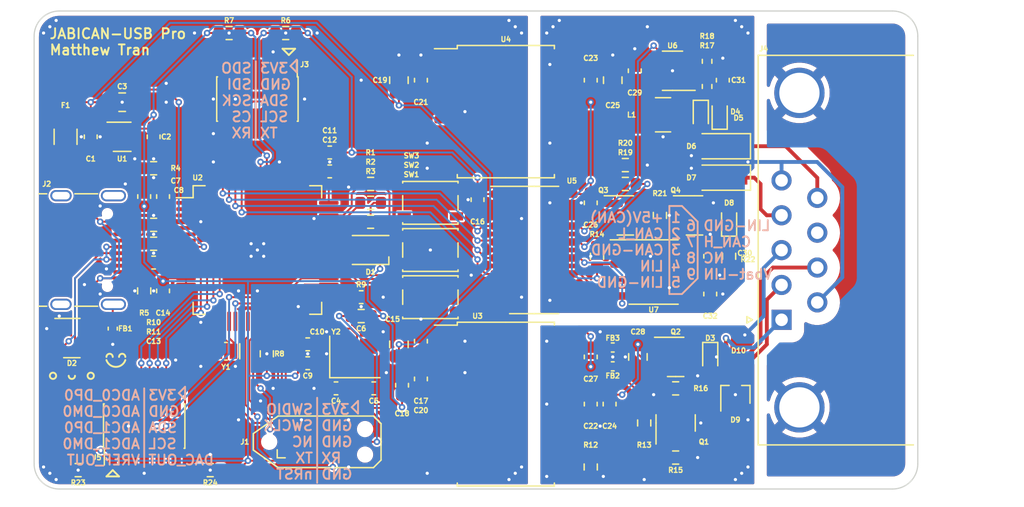
<source format=kicad_pcb>
(kicad_pcb (version 20240108) (generator "pcbnew") (generator_version "8.0")
  (layers (0 "F.Cu" signal) (31 "B.Cu" signal) (34 "B.Paste" user) (35 "F.Paste" user) (36 "B.SilkS" user "B.Silkscreen") (37 "F.SilkS" user "F.Silkscreen") (38 "B.Mask" user) (39 "F.Mask" user) (44 "Edge.Cuts" user))
  (net 0 "")
  (net 1 "GND")
  (net 2 "+5V")
  (net 3 "+3V3")
  (net 4 "/EXTAL0")
  (net 5 "/XTAL0")
  (net 6 "/~{RESET}")
  (net 7 "Net-(C13-Pad1)")
  (net 8 "/CAN_GND")
  (net 9 "/LIN_GND")
  (net 10 "/LIN_5V")
  (net 11 "/CAN_GND_ISO")
  (net 12 "/LIN_VBAT")
  (net 13 "/LIN")
  (net 14 "Net-(D1-Pad2)")
  (net 15 "Net-(D1-Pad3)")
  (net 16 "Net-(D1-Pad4)")
  (net 17 "/USB_D+")
  (net 18 "/USB_D-")
  (net 19 "Net-(D2-Pad4)")
  (net 20 "Net-(D3-Pad2)")
  (net 21 "/CAN_H")
  (net 22 "/CAN_L")
  (net 23 "/CAN_5V")
  (net 24 "Net-(FB1-Pad1)")
  (net 25 "/DBG_RX")
  (net 26 "/DBG_TX")
  (net 28 "/SWCLK")
  (net 29 "/SWDIO")
  (net 30 "Net-(J2-PadA5)")
  (net 32 "Net-(J2-PadB5)")
  (net 34 "/SPI_SDO")
  (net 35 "/SPI_SDI")
  (net 36 "/SPI_SCK")
  (net 37 "/SPI_CS")
  (net 38 "/UART_TX")
  (net 39 "/UART_RX")
  (net 41 "Net-(Q1-Pad1)")
  (net 42 "Net-(Q1-Pad3)")
  (net 43 "Net-(Q3-Pad1)")
  (net 44 "Net-(Q3-Pad3)")
  (net 45 "/LED_B")
  (net 46 "/LED_G")
  (net 47 "/LED_R")
  (net 48 "/~{EZPORT_CS}")
  (net 49 "Net-(R10-Pad2)")
  (net 50 "Net-(R11-Pad2)")
  (net 51 "Net-(R12-Pad1)")
  (net 52 "/isoLIN_RX")
  (net 53 "/isoLIN_CMD_EN")
  (net 54 "/BTN0")
  (net 55 "/BTN1")
  (net 56 "/BTN2")
  (net 58 "/XTAL32")
  (net 59 "/EXTAL32")
  (net 61 "/CAN_PWR_EN")
  (net 62 "/CAN_TX")
  (net 63 "/CAN_RX")
  (net 72 "/LIN_RX")
  (net 73 "/LIN_TX")
  (net 74 "/LIN_COMMANDER_EN")
  (net 75 "/LIN_PWR_EN")
  (net 83 "/isoLIN_TX")
  (net 84 "/isoLIN_PWR_EN")
  (net 87 "unconnected-(J4-Pad0)")
  (net 88 "Net-(R13-Pad1)")
  (net 89 "Net-(R17-Pad1)")
  (net 90 "Net-(D4-Pad2)")
  (net 91 "Net-(D8-Pad1)")
  (net 92 "Net-(D8-Pad2)")
  (net 93 "Net-(C22-Pad2)")
  (net 94 "Net-(C27-Pad2)")
  (net 95 "Net-(C31-Pad2)")
  (net 96 "/I2C1_SCL")
  (net 97 "/I2C1_SDA")
  (net 98 "/ADC0_DP0")
  (net 99 "/ADC0_DM0")
  (net 100 "/I2C0_SDA")
  (net 101 "/ADC1_DP0")
  (net 102 "/I2C0_SCL")
  (net 103 "/ADC1_DM0")
  (net 104 "/DAC0_OUT")
  (net 105 "/VREF_OUT")
  (footprint "Resistor_SMD:R_0603_1608Metric" (layer "F.Cu") (at 130.25 98)
    (property "Reference" "R10")
    (property "Value" "22")
  )
  (footprint "Capacitor_SMD:C_0402_1005Metric" (layer "F.Cu") (at 166.75 107.75 180)
    (property "Reference" "FB3")
    (property "Value" "FerriteBead_Small")
  )
  (footprint "Diode_SMD:D_0201_0603Metric" (layer "F.Cu") (at 175.75 108 -90)
    (property "Reference" "D10")
    (property "Value" "5.5V")
  )
  (footprint "LED_SMD:LED_Cree-PLCC4_2x2mm_CW" (layer "F.Cu") (at 147.5 100 180)
    (property "Reference" "D1")
    (property "Value" "LED_ARGB")
  )
  (footprint "Capacitor_SMD:C_0603_1608Metric" (layer "F.Cu") (at 142.5 107.5)
    (property "Reference" "C10")
    (property "Value" "100n")
  )
  (footprint "Diode_SMD:D_SOD-523" (layer "F.Cu") (at 176 97.75 90)
    (property "Reference" "D8")
    (property "Value" "D_Schottky_Small_Filled")
  )
  (footprint "Diode_SMD:D_SOD-523" (layer "F.Cu") (at 173.75 89.25 -90)
    (property "Reference" "D4")
    (property "Value" "D_Schottky_Small_Filled")
  )
  (footprint "Capacitor_SMD:C_0603_1608Metric" (layer "F.Cu") (at 130.25 91 -90)
    (property "Reference" "C2")
    (property "Value" "1u")
  )
  (footprint "Capacitor_SMD:C_0603_1608Metric" (layer "F.Cu") (at 151.5 86.5 -90)
    (property "Reference" "C21")
    (property "Value" "100n")
  )
  (footprint "Capacitor_SMD:C_0603_1608Metric" (layer "F.Cu") (at 150 110.75 -90)
    (property "Reference" "C18")
    (property "Value" "100n")
  )
  (footprint "Resistor_SMD:R_0603_1608Metric" (layer "F.Cu") (at 146.75 105.25)
    (property "Reference" "R9")
    (property "Value" "10k")
  )
  (footprint "Capacitor_SMD:C_0603_1608Metric" (layer "F.Cu") (at 142.5 109)
    (property "Reference" "C9")
    (property "Value" "1u")
  )
  (footprint "Inductor_SMD:L_1210_3225Metric" (layer "F.Cu") (at 170.75 89.25)
    (property "Reference" "L1")
    (property "Value" "10u")
  )
  (footprint "Resistor_SMD:R_0603_1608Metric" (layer "F.Cu") (at 167.75 94.75 180)
    (property "Reference" "R19")
    (property "Value" "22")
  )
  (footprint "Capacitor_SMD:C_0603_1608Metric" (layer "F.Cu") (at 130.25 101 180)
    (property "Reference" "C13")
    (property "Value" "2.2u")
  )
  (footprint "Resistor_SMD:R_0603_1608Metric" (layer "F.Cu") (at 170.5 97.25 -90)
    (property "Reference" "R21")
    (property "Value" "10k")
  )
  (footprint "Connector_USB:USB_C_Receptacle_Palconn_UTC16-G" (layer "F.Cu") (at 125.125 100 -90)
    (property "Reference" "J2")
    (property "Value" "USB_C")
  )
  (footprint "Resistor_SMD:R_0603_1608Metric" (layer "F.Cu") (at 124.25 117.5)
    (property "Reference" "R23")
    (property "Value" "2k2")
  )
  (footprint "Resistor_SMD:R_0402_1005Metric" (layer "F.Cu") (at 174.25 85 -90)
    (property "Reference" "R18")
    (property "Value" "22k")
  )
  (footprint "Capacitor_SMD:C_0402_1005Metric" (layer "F.Cu") (at 166.75 109.25)
    (property "Reference" "FB2")
    (property "Value" "FerriteBead_Small")
  )
  (footprint "Resistor_SMD:R_0603_1608Metric" (layer "F.Cu") (at 171.75 116.5 180)
    (property "Reference" "R15")
    (property "Value" "10k")
  )
  (footprint "Package_TO_SOT_SMD:SOT-23-5" (layer "F.Cu") (at 171.5 85.75 180)
    (property "Reference" "U6")
    (property "Value" "AP3012")
  )
  (footprint "Capacitor_SMD:C_0805_2012Metric" (layer "F.Cu") (at 149.75 86.5 -90)
    (property "Reference" "C19")
    (property "Value" "10u")
  )
  (footprint "Capacitor_SMD:C_0603_1608Metric" (layer "F.Cu") (at 166.5 112.25 90)
    (property "Reference" "C24")
    (property "Value" "100n")
  )
  (footprint "Package_QFP:LQFP-64_10x10mm_P0.5mm" (layer "F.Cu") (at 138.5 100)
    (property "Reference" "U2")
    (property "Value" "MK22FN1M0AVLH12")
  )
  (footprint "Capacitor_SMD:C_0805_2012Metric" (layer "F.Cu") (at 149.75 107.5 -90)
    (property "Reference" "C15")
    (property "Value" "10u")
  )
  (footprint "Resistor_SMD:R_0603_1608Metric" (layer "F.Cu") (at 165 117.25 -90)
    (property "Reference" "R12")
    (property "Value" "0")
  )
  (footprint "Package_SO:SOIC-8_3.9x4.9mm_P1.27mm" (layer "F.Cu") (at 170 101.75)
    (property "Reference" "U7")
    (property "Value" "TJA1029T")
  )
  (footprint "Capacitor_SMD:C_0603_1608Metric" (layer "F.Cu") (at 156 96 90)
    (property "Reference" "C16")
    (property "Value" "100n")
  )
  (footprint "Crystal:Crystal_SMD_MicroCrystal_CM9V-T1A-2Pin_1.6x1.0mm" (layer "F.Cu") (at 136 108.05 180)
    (property "Reference" "Y1")
    (property "Value" "32.768kHz")
  )
  (footprint "Package_TO_SOT_SMD:SOT-23" (layer "F.Cu") (at 173.25 97.25)
    (property "Reference" "Q4")
    (property "Value" "DMP3099L-7")
  )
  (footprint "Button_Switch_SMD:SW_SPST_PTS810" (layer "F.Cu") (at 152.25 100)
    (property "Reference" "SW2")
    (property "Value" "BTN1")
  )
  (footprint "Resistor_SMD:R_0603_1608Metric" (layer "F.Cu") (at 140.75 82.75 180)
    (property "Reference" "R6")
    (property "Value" "2k2")
  )
  (footprint "Capacitor_SMD:C_0603_1608Metric" (layer "F.Cu") (at 144.25 93.75 180)
    (property "Reference" "C12")
    (property "Value" "100n")
  )
  (footprint "Connector_PinHeader_1.27mm:PinHeader_2x05_P1.27mm_Vertical_SMD" (layer "F.Cu") (at 138.5 88 -90)
    (property "Reference" "J3")
    (property "Value" "SPI/I2C/UART")
  )
  (footprint "Package_TO_SOT_SMD:SOT-323_SC-70" (layer "F.Cu") (at 176.5 111.5 90)
    (property "Reference" "D9")
    (property "Value" "ESDCAN01")
  )
  (footprint "Resistor_SMD:R_0603_1608Metric" (layer "F.Cu") (at 167.75 93.25 180)
    (property "Reference" "R20")
    (property "Value" "10k")
  )
  (footprint "Capacitor_SMD:C_0603_1608Metric" (layer "F.Cu") (at 165 96.25 90)
    (property "Reference" "C26")
    (property "Value" "100n")
  )
  (footprint "Resistor_SMD:R_0603_1608Metric" (layer "F.Cu") (at 171.75 111 180)
    (property "Reference" "R16")
    (property "Value" "10k")
  )
  (footprint "Connector_PinHeader_1.27mm:PinHeader_2x05_P1.27mm_Vertical_SMD" (layer "F.Cu") (at 129.5 114 90)
    (property "Reference" "J5")
    (property "Value" "ADC/DAC/I2C")
  )
  (footprint "Crystal:Crystal_SMD_TXC_7M-4Pin_3.2x2.5mm" (layer "F.Cu") (at 146.25 108.5)
    (property "Reference" "Y2")
    (property "Value" "8MHz")
  )
  (footprint "Connector_Dsub:DSUB-9_Male_Horizontal_P2.77x2.84mm_EdgePinOffset7.70mm_Housed_MountingHolesOffset9.12mm" (layer "F.Cu") (at 180.169669 105.55 90)
    (property "Reference" "J4")
    (property "Value" "CAN/LIN")
  )
  (footprint "Resistor_SMD:R_0603_1608Metric" (layer "F.Cu") (at 129.5 103.25 -90)
    (property "Reference" "R5")
    (property "Value" "5k1")
  )
  (footprint "Package_SO:SOIC-20W_7.5x12.8mm_P1.27mm" (layer "F.Cu") (at 158.25 112.25)
    (property "Reference" "U3")
    (property "Value" "ADM3057ExRW")
  )
  (footprint "Package_SO:SOIC-16_3.9x9.9mm_P1.27mm" (layer "F.Cu") (at 160.5 100)
    (property "Reference" "U5")
    (property "Value" "ADUM141D1BRZ")
  )
  (footprint "Capacitor_SMD:C_0603_1608Metric" (layer "F.Cu") (at 165 108.5 90)
    (property "Reference" "C27")
    (property "Value" "220n")
  )
  (footprint "Capacitor_SMD:C_0805_2012Metric" (layer "F.Cu") (at 127.75 88.25)
    (property "Reference" "C3")
    (property "Value" "10u")
  )
  (footprint "Resistor_SMD:R_0603_1608Metric" (layer "F.Cu") (at 147.5 96.25 180)
    (property "Reference" "R2")
    (property "Value" "150")
  )
  (footprint "Button_Switch_SMD:SW_SPST_PTS810" (layer "F.Cu") (at 152.25 96.25)
    (property "Reference" "SW3")
    (property "Value" "BTN2")
  )
  (footprint "Capacitor_SMD:C_0603_1608Metric" (layer "F.Cu") (at 174.5 100.5 -90)
    (property "Reference" "C30")
    (property "Value" "100n")
  )
  (footprint "Resistor_SMD:R_0402_1005Metric" (layer "F.Cu") (at 174.25 87 -90)
    (property "Reference" "R17")
    (property "Value" "200k")
  )
  (footprint "Resistor_SMD:R_0603_1608Metric" (layer "F.Cu") (at 136.25 82.75)
    (property "Reference" "R7")
    (property "Value" "2k2")
  )
  (footprint "Package_TO_SOT_SMD:SOT-353_SC-70-5" (layer "F.Cu") (at 127.75 91)
    (property "Reference" "U1")
    (property "Value" "MIC5365-3.3YC5")
  )
  (footprint "Fuse:Fuse_1206_3216Metric" (layer "F.Cu") (at 123.25 91 90)
    (property "Reference" "F1")
    (property "Value" "500mA")
  )
  (footprint "Capacitor_SMD:C_0603_1608Metric" (layer "F.Cu") (at 151.5 110.25 -90)
    (property "Reference" "C20")
    (property "Value" "10n")
  )
  (footprint "Resistor_SMD:R_0603_1608Metric" (layer "F.Cu") (at 130.25 93.5)
    (property "Reference" "R4")
    (property "Value" "5k1")
  )
  (footprint "Capacitor_SMD:C_0603_1608Metric" (layer "F.Cu") (at 144.25 92.25 180)
    (property "Reference" "C11")
    (property "Value" "1u")
  )
  (footprint "Package_TO_SOT_SMD:SOT-23" (layer "F.Cu") (at 167.75 97.25)
    (property "Reference" "Q3")
    (property "Value" "DMN3023L-7")
  )
  (footprint "Package_TO_SOT_SMD:SOT-143" (layer "F.Cu") (at 123.75 107)
    (property "Reference" "D2")
    (property "Value" "PRTR5V0U2X")
  )
  (footprint "Resistor_SMD:R_0603_1608Metric" (layer "F.Cu") (at 139.25 108.25 90)
    (property "Reference" "R8")
    (property "Value" "10k")
  )
  (footprint "Connector:Tag-Connect_TC2050-IDC-NL_2x05_P1.27mm_Vertical" (layer "F.Cu") (at 143.25 115.25)
    (property "Reference" "J1")
    (property "Value" "SWD/UART")
  )
  (footprint "Capacitor_SMD:C_0805_2012Metric" (layer "F.Cu") (at 166.75 86.5 -90)
    (property "Reference" "C25")
    (property "Value" "10u")
  )
  (footprint "Package_TO_SOT_SMD:SOT-23" (layer "F.Cu") (at 171.75 108.5)
    (property "Reference" "Q2")
    (property "Value" "DMP3099L-7")
  )
  (footprint "Capacitor_SMD:C_0603_1608Metric" (layer "F.Cu") (at 165 112.25 90)
    (property "Reference" "C22")
    (property "Value" "10n")
  )
  (footprint "Capacitor_SMD:C_0603_1608Metric" (layer "F.Cu") (at 165 86.5 -90)
    (property "Reference" "C23")
    (property "Value" "100n")
  )
  (footprint "Resistor_SMD:R_0603_1608Metric" (layer "F.Cu") (at 130.25 99.5)
    (property "Reference" "R11")
    (property "Value" "22")
  )
  (footprint "Resistor_SMD:R_0603_1608Metric" (layer "F.Cu") (at 165.5 100.5 -90)
    (property "Reference" "R14")
    (property "Value" "2k2")
  )
  (footprint "Package_TO_SOT_SMD:SOT-23" (layer "F.Cu") (at 171.75 113.75 90)
    (property "Reference" "Q1")
    (property "Value" "DMG2302UK-7")
  )
  (footprint "Diode_SMD:D_SOD-123F" (layer "F.Cu") (at 175.5 94.25 180)
    (property "Reference" "D7")
    (property "Value" "26V")
  )
  (footprint "Resistor_SMD:R_0603_1608Metric" (layer "F.Cu") (at 169.25 113.75 -90)
    (property "Reference" "R13")
    (property "Value" "22")
  )
  (footprint "Resistor_SMD:R_0603_1608Metric" (layer "F.Cu") (at 147.5 94.75 180)
    (property "Reference" "R1")
    (property "Value" "150")
  )
  (footprint "Capacitor_SMD:C_0603_1608Metric" (layer "F.Cu") (at 125.25 91 90)
    (property "Reference" "C1")
    (property "Value" "1u")
  )
  (footprint "Resistor_SMD:R_0603_1608Metric" (layer "F.Cu") (at 176 100.5 90)
    (property "Reference" "R22")
    (property "Value" "1k")
  )
  (footprint "Button_Switch_SMD:SW_SPST_PTS810" (layer "F.Cu") (at 152.25 103.75)
    (property "Reference" "SW1")
    (property "Value" "BTN0")
  )
  (footprint "Capacitor_SMD:C_0603_1608Metric" (layer "F.Cu") (at 131 95.75 90)
    (property "Reference" "C8")
    (property "Value" "100n")
  )
  (footprint "Capacitor_SMD:C_0603_1608Metric" (layer "F.Cu") (at 129.5 95.75 90)
    (property "Reference" "C7")
    (property "Value" "1u")
  )
  (footprint "Diode_SMD:D_SOD-123F" (layer "F.Cu") (at 175.5 91.75 180)
    (property "Reference" "D6")
    (property "Value" "26V")
  )
  (footprint "Capacitor_SMD:C_0603_1608Metric" (layer "F.Cu") (at 174.5 103.5 -90)
    (property "Reference" "C32")
    (property "Value" "220p")
  )
  (footprint "Capacitor_SMD:C_0603_1608Metric" (layer "F.Cu") (at 146.75 103.75 180)
    (property "Reference" "C6")
    (property "Value" "100n")
  )
  (footprint "Diode_SMD:D_SOD-523" (layer "F.Cu") (at 174.5 108.5 -90)
    (property "Reference" "D3")
    (property "Value" "D_Schottky_Small_Filled")
  )
  (footprint "Capacitor_SMD:C_0603_1608Metric" (layer "F.Cu") (at 131 103.25 -90)
    (property "Reference" "C14")
    (property "Value" "100n")
  )
  (footprint "Resistor_SMD:R_0603_1608Metric" (layer "F.Cu") (at 147.5 97.75 180)
    (property "Reference" "R3")
    (property "Value" "150")
  )
  (footprint "Package_SO:SOIC-16W_7.5x10.3mm_P1.27mm" (layer "F.Cu") (at 158.25 89)
    (property "Reference" "U4")
    (property "Value" "UCC12050")
  )
  (footprint "Capacitor_SMD:C_0402_1005Metric" (layer "F.Cu") (at 127 106.25 -90)
    (property "Reference" "FB1")
    (property "Value" "FerriteBead_Small")
  )
  (footprint "Capacitor_SMD:C_0805_2012Metric" (layer "F.Cu") (at 168.75 108.5 90)
    (property "Reference" "C28")
    (property "Value" "10u")
  )
  (footprint "Capacitor_SMD:C_0603_1608Metric" (layer "F.Cu") (at 151.5 107.25 -90)
    (property "Reference" "C17")
    (property "Value" "100n")
  )
  (footprint "Capacitor_SMD:C_0603_1608Metric" (layer "F.Cu") (at 168.5 85.75 -90)
    (property "Reference" "C29")
    (property "Value" "1u")
  )
  (footprint "Capacitor_SMD:C_0603_1608Metric" (layer "F.Cu") (at 144.75 111)
    (property "Reference" "C4")
    (property "Value" "15p")
  )
  (footprint "Resistor_SMD:R_0603_1608Metric" (layer "F.Cu") (at 134.75 117.5 180)
    (property "Reference" "R24")
    (property "Value" "2k2")
  )
  (footprint "Diode_SMD:D_SOD-523" (layer "F.Cu") (at 175.25 89.25 90)
    (property "Reference" "D5")
    (property "Value" "D_Schottky_Small_Filled")
  )
  (footprint "Capacitor_SMD:C_0603_1608Metric" (layer "F.Cu") (at 175.5 86.5 -90)
    (property "Reference" "C31")
    (property "Value" "1u")
  )
  (footprint "Capacitor_SMD:C_0603_1608Metric" (layer "F.Cu") (at 147.75 111)
    (property "Reference" "C5")
    (property "Value" "15p")
  )
  (gr_line (start 173.5 102.25) (end 173.5 97.75) (stroke (width 0.15)) (layer "B.SilkS"))
  (gr_line (start 141.625 85.875) (end 141.625 84.875) (stroke (width 0.15)) (layer "B.SilkS"))
  (gr_line (start 171.25 96.5) (end 172.25 96.5) (stroke (width 0.15)) (layer "B.SilkS"))
  (gr_line (start 146.5 113) (end 146.5 112) (stroke (width 0.15)) (layer "B.SilkS"))
  (gr_line (start 143.25 118.5) (end 143.25 111.75) (stroke (width 0.15)) (layer "B.SilkS"))
  (gr_line (start 132.75 111.875) (end 132.75 110.875) (stroke (width 0.15)) (layer "B.SilkS"))
  (gr_line (start 129.5 117.25) (end 129.5 111) (stroke (width 0.15)) (layer "B.SilkS"))
  (gr_line (start 138.375 91.25) (end 138.375 85) (stroke (width 0.15)) (layer "B.SilkS"))
  (gr_line (start 132.75 110.875) (end 132.25 111.375) (stroke (width 0.15)) (layer "B.SilkS"))
  (gr_line (start 141.125 85.375) (end 141.625 85.875) (stroke (width 0.15)) (layer "B.SilkS"))
  (gr_line (start 172.25 96.5) (end 173.5 97.75) (stroke (width 0.15)) (layer "B.SilkS"))
  (gr_line (start 171.25 103.5) (end 172.25 103.5) (stroke (width 0.15)) (layer "B.SilkS"))
  (gr_line (start 172.25 103.5) (end 173.5 102.25) (stroke (width 0.15)) (layer "B.SilkS"))
  (gr_line (start 146 112.5) (end 146.5 113) (stroke (width 0.15)) (layer "B.SilkS"))
  (gr_line (start 146.5 112) (end 146 112.5) (stroke (width 0.15)) (layer "B.SilkS"))
  (gr_line (start 171.25 96.5) (end 171.25 103.5) (stroke (width 0.15)) (layer "B.SilkS"))
  (gr_line (start 132.25 111.375) (end 132.75 111.875) (stroke (width 0.15)) (layer "B.SilkS"))
  (gr_line (start 141.625 84.875) (end 141.125 85.375) (stroke (width 0.15)) (layer "B.SilkS"))
  (gr_arc (start 128 108.75) (mid 127.25 109.290569) (end 126.5 108.75) (stroke (width 0.15)) (layer "F.SilkS"))
  (gr_arc (start 127.5 108.5) (mid 127.75 108.25) (end 128 108.5) (stroke (width 0.15)) (layer "F.SilkS"))
  (gr_line (start 141 84.5) (end 141.5 84) (stroke (width 0.15)) (layer "F.SilkS"))
  (gr_circle (center 125.25 110) (end 125.5 110) (stroke (width 0.15)) (fill none) (layer "F.SilkS"))
  (gr_line (start 140.5 84) (end 141 84.5) (stroke (width 0.15)) (layer "F.SilkS"))
  (gr_line (start 141.5 84) (end 140.5 84) (stroke (width 0.15)) (layer "F.SilkS"))
  (gr_line (start 126.5 118) (end 127.5 118) (stroke (width 0.15)) (layer "F.SilkS"))
  (gr_arc (start 126.5 108.5) (mid 126.75 108.25) (end 127 108.5) (stroke (width 0.15)) (layer "F.SilkS"))
  (gr_line (start 127.5 118) (end 127 117.5) (stroke (width 0.15)) (layer "F.SilkS"))
  (gr_circle (center 122.25 110) (end 122.5 110) (stroke (width 0.15)) (fill none) (layer "F.SilkS"))
  (gr_line (start 127 117.5) (end 126.5 118) (stroke (width 0.15)) (layer "F.SilkS"))
  (gr_arc (start 124 110) (mid 123.75 110.25) (end 123.5 110) (stroke (width 0.15)) (layer "F.SilkS"))
  (gr_line (start 189 81) (end 122.75 81) (stroke (width 0.1)) (layer "Edge.Cuts"))
  (gr_arc (start 189 81) (mid 190.414214 81.585786) (end 191 83) (stroke (width 0.1)) (layer "Edge.Cuts"))
  (gr_line (start 122.75 119) (end 189 119) (stroke (width 0.1)) (layer "Edge.Cuts"))
  (gr_arc (start 122.75 119) (mid 121.335786 118.414214) (end 120.75 117) (stroke (width 0.1)) (layer "Edge.Cuts"))
  (gr_line (start 191 117) (end 191 83) (stroke (width 0.1)) (layer "Edge.Cuts"))
  (gr_arc (start 191 117) (mid 190.414214 118.414214) (end 189 119) (stroke (width 0.1)) (layer "Edge.Cuts"))
  (gr_line (start 120.75 83) (end 120.75 117) (stroke (width 0.1)) (layer "Edge.Cuts"))
  (gr_arc (start 120.75 83) (mid 121.335786 81.585786) (end 122.75 81) (stroke (width 0.1)) (layer "Edge.Cuts"))
  (gr_text "1 +5V(CAN)\n2 CAN_L\n3 CAN-GND\n4 LIN\n5 LIN-GND" (at 172.25 100 0) (layer "B.SilkS") (effects (font (size 0.8 0.8)) (justify left mirror)))
  (gr_text "SWDIO\nSWCLK\nNC\nTX\nnRST" (at 143 115.25 0) (layer "B.SilkS") (effects (font (size 0.8 0.8)) (justify left mirror)))
  (gr_text "LIN-GND 6\nCAN_H 7\nNC 8\nVbat-LIN 9" (at 172.5 100 0) (layer "B.SilkS") (effects (font (size 0.8 0.8)) (justify right mirror)))
  (gr_text "3V3\nGND\nSDA\nSCL\nDAC_OUT" (at 129.75 114.125 0) (layer "B.SilkS") (effects (font (size 0.8 0.8)) (justify right mirror)))
  (gr_text "ADC0_DP0\nADC0_DM0\nADC1_DP0\nADC1_DM0\nVREF_OUT" (at 129.25 114.125 0) (layer "B.SilkS") (effects (font (size 0.8 0.8)) (justify left mirror)))
  (gr_text "3V3\nGND\nGND\nRX\nGND" (at 143.5 115.25 0) (layer "B.SilkS") (effects (font (size 0.8 0.8)) (justify right mirror)))
  (gr_text "SDO\nSDI\nSCK\nCS\nRX" (at 138.125 88.125 0) (layer "B.SilkS") (effects (font (size 0.8 0.8)) (justify left mirror)))
  (gr_text "3V3\nGND\nSDA\nSCL\nTX" (at 138.625 88.125 0) (layer "B.SilkS") (effects (font (size 0.8 0.8)) (justify right mirror)))
  (gr_text "JABICAN-USB Pro\nMatthew Tran\n" (at 121.9 83.45 0) (layer "F.SilkS") (effects (font (size 0.8 0.8)) (justify left)))
  (via (at 127.75 88.25) (size 0.508) (drill 0.254) (layers "F.Cu" "B.Cu") (net 1))
  (via (at 130.25 97.25) (size 0.508) (drill 0.254) (layers "F.Cu" "B.Cu") (net 1))
  (via (at 124.5 91) (size 0.508) (drill 0.254) (layers "F.Cu" "B.Cu") (net 1))
  (via (at 122.5 81.75) (size 0.508) (drill 0.254) (layers "F.Cu" "B.Cu") (net 1))
  (via (at 144 106.5) (size 0.508) (drill 0.254) (layers "F.Cu" "B.Cu") (net 1))
  (via (at 135 88) (size 0.508) (drill 0.254) (layers "F.Cu" "B.Cu") (net 1))
  (via (at 129.5 117.75) (size 0.508) (drill 0.254) (layers "F.Cu" "B.Cu") (net 1))
  (via (at 124.25 117.5) (size 0.508) (drill 0.254) (layers "F.Cu" "B.Cu") (net 1))
  (via (at 133.5 82.75) (size 0.508) (drill 0.254) (layers "F.Cu" "B.Cu") (net 1))
  (via (at 152 91.5) (size 0.508) (drill 0.254) (layers "F.Cu" "B.Cu") (net 1))
  (via (at 138.5 100) (size 0.508) (drill 0.254) (layers "F.Cu" "B.Cu") (net 1))
  (via (at 134 97.75) (size 0.508) (drill 0.254) (layers "F.Cu" "B.Cu") (net 1))
  (via (at 124.75 102.75) (size 0.508) (drill 0.254) (layers "F.Cu" "B.Cu") (net 1))
  (via (at 122 82.25) (size 0.508) (drill 0.254) (layers "F.Cu" "B.Cu") (net 1))
  (via (at 142.5 108.25) (size 0.508) (drill 0.254) (layers "F.Cu" "B.Cu") (net 1))
  (via (at 148.5 106.5) (size 0.508) (drill 0.254) (layers "F.Cu" "B.Cu") (net 1))
  (via (at 121.75 106.25) (size 0.508) (drill 0.254) (layers "F.Cu" "B.Cu") (net 1))
  (via (at 152 93.5) (size 0.508) (drill 0.254) (layers "F.Cu" "B.Cu") (net 1))
  (via (at 139.75 111) (size 0.508) (drill 0.254) (layers "F.Cu" "B.Cu") (net 1))
  (via (at 126 103.5) (size 0.508) (drill 0.254) (layers "F.Cu" "B.Cu") (net 1))
  (via (at 140.25 93) (size 0.508) (drill 0.254) (layers "F.Cu" "B.Cu") (net 1))
  (via (at 127 107.5) (size 0.508) (drill 0.254) (layers "F.Cu" "B.Cu") (net 1))
  (via (at 137 113.5) (size 0.508) (drill 0.254) (layers "F.Cu" "B.Cu") (net 1))
  (via (at 122.75 105.25) (size 0.508) (drill 0.254) (layers "F.Cu" "B.Cu") (net 1))
  (via (at 138 99.5) (size 0.508) (drill 0.254) (layers "F.Cu" "B.Cu") (net 1))
  (via (at 149.75 84.5) (size 0.508) (drill 0.254) (layers "F.Cu" "B.Cu") (net 1))
  (via (at 134.75 117.5) (size 0.508) (drill 0.254) (layers "F.Cu" "B.Cu") (net 1))
  (via (at 136.75 88) (size 0.508) (drill 0.254) (layers "F.Cu" "B.Cu") (net 1))
  (via (at 130.25 98.75) (size 0.508) (drill 0.254) (layers "F.Cu" "B.Cu") (net 1))
  (via (at 151.5 105.5) (size 0.508) (drill 0.254) (layers "F.Cu" "B.Cu") (net 1))
  (via (at 126.5 101.5) (size 0.508) (drill 0.254) (layers "F.Cu" "B.Cu") (net 1))
  (via (at 135 93) (size 0.508) (drill 0.254) (layers "F.Cu" "B.Cu") (net 1))
  (via (at 134 109.25) (size 0.508) (drill 0.254) (layers "F.Cu" "B.Cu") (net 1))
  (via (at 139.75 84.25) (size 0.508) (drill 0.254) (layers "F.Cu" "B.Cu") (net 1))
  (via (at 144.25 93) (size 0.508) (drill 0.254) (layers "F.Cu" "B.Cu") (net 1))
  (via (at 159.5 97.5) (size 0.508) (drill 0.254) (layers "F.Cu" "B.Cu") (net 1))
  (via (at 130.25 100.25) (size 0.508) (drill 0.254) (layers "F.Cu" "B.Cu") (net 1))
  (via (at 155 89) (size 0.508) (drill 0.254) (layers "F.Cu" "B.Cu") (net 1))
  (via (at 136.75 109.25) (size 0.508) (drill 0.254) (layers "F.Cu" "B.Cu") (net 1))
  (via (at 159 82.25) (size 0.508) (drill 0.254) (layers "F.Cu" "B.Cu") (net 1))
  (via (at 128.25 114) (size 0.508) (drill 0.254) (layers "F.Cu" "B.Cu") (net 1))
  (via (at 130.25 94.25) (size 0.508) (drill 0.254) (layers "F.Cu" "B.Cu") (net 1))
  (via (at 155 109.75) (size 0.508) (drill 0.254) (layers "F.Cu" "B.Cu") (net 1))
  (via (at 159.5 103.75) (size 0.508) (drill 0.254) (layers "F.Cu" "B.Cu") (net 1))
  (via (at 143.25 82.75) (size 0.508) (drill 0.254) (layers "F.Cu" "B.Cu") (net 1))
  (via (at 145.75 113.5) (size 0.508) (drill 0.254) (layers "F.Cu" "B.Cu") (net 1))
  (via (at 143 97.5) (size 0.508) (drill 0.254) (layers "F.Cu" "B.Cu") (net 1))
  (via (at 135 90.75) (size 0.508) (drill 0.254) (layers "F.Cu" "B.Cu") (net 1))
  (via (at 121.5 117.25) (size 0.508) (drill 0.254) (layers "F.Cu" "B.Cu") (net 1))
  (via (at 159.5 117.25) (size 0.508) (drill 0.254) (layers "F.Cu" "B.Cu") (net 1))
  (via (at 142 113.5) (size 0.508) (drill 0.254) (layers "F.Cu" "B.Cu") (net 1))
  (via (at 155 107.25) (size 0.508) (drill 0.254) (layers "F.Cu" "B.Cu") (net 1))
  (via (at 130.25 92.75) (size 0.508) (drill 0.254) (layers "F.Cu" "B.Cu") (net 1))
  (via (at 158.5 81.75) (size 0.508) (drill 0.254) (layers "F.Cu" "B.Cu") (net 1))
  (via (at 151.5 84.5) (size 0.508) (drill 0.254) (layers "F.Cu" "B.Cu") (net 1))
  (via (at 146.75 86.5) (size 0.508) (drill 0.254) (layers "F.Cu" "B.Cu") (net 1))
  (via (at 136.25 82.75) (size 0.508) (drill 0.254) (layers "F.Cu" "B.Cu") (net 1))
  (via (at 152 117.75) (size 0.508) (drill 0.254) (layers "F.Cu" "B.Cu") (net 1))
  (via (at 140.75 82.75) (size 0.508) (drill 0.254) (layers "F.Cu" "B.Cu") (net 1))
  (via (at 126 96.5) (size 0.508) (drill 0.254) (layers "F.Cu" "B.Cu") (net 1))
  (via (at 143 111) (size 0.508) (drill 0.254) (layers "F.Cu" "B.Cu") (net 1))
  (via (at 144 108.25) (size 0.508) (drill 0.254) (layers "F.Cu" "B.Cu") (net 1))
  (via (at 131.25 88.25) (size 0.508) (drill 0.254) (layers "F.Cu" "B.Cu") (net 1))
  (via (at 132 108.75) (size 0.508) (drill 0.254) (layers "F.Cu" "B.Cu") (net 1))
  (via (at 130.25 103.25) (size 0.508) (drill 0.254) (layers "F.Cu" "B.Cu") (net 1))
  (via (at 142.25 88) (size 0.508) (drill 0.254) (layers "F.Cu" "B.Cu") (net 1))
  (via (at 126 91) (size 0.508) (drill 0.254) (layers "F.Cu" "B.Cu") (net 1))
  (via (at 139.25 108.25) (size 0.508) (drill 0.254) (layers "F.Cu" "B.Cu") (net 1))
  (via (at 148.75 109.75) (size 0.508) (drill 0.254) (layers "F.Cu" "B.Cu") (net 1))
  (via (at 159 117.75) (size 0.508) (drill 0.254) (layers "F.Cu" "B.Cu") (net 1))
  (via (at 137 103.25) (size 0.508) (drill 0.254) (layers "F.Cu" "B.Cu") (net 1))
  (via (at 139 99.5) (size 0.508) (drill 0.254) (layers "F.Cu" "B.Cu") (net 1))
  (via (at 159.5 82.75) (size 0.508) (drill 0.254) (layers "F.Cu" "B.Cu") (net 1))
  (via (at 145.75 117.25) (size 0.508) (drill 0.254) (layers "F.Cu" "B.Cu") (net 1))
  (via (at 131.25 86.75) (size 0.508) (drill 0.254) (layers "F.Cu" "B.Cu") (net 1))
  (via (at 158.5 118.25) (size 0.508) (drill 0.254) (layers "F.Cu" "B.Cu") (net 1))
  (via (at 138.5 103.25) (size 0.508) (drill 0.254) (layers "F.Cu" "B.Cu") (net 1))
  (via (at 122 117.75) (size 0.508) (drill 0.254) (layers "F.Cu" "B.Cu") (net 1))
  (via (at 121.5 82.75) (size 0.508) (drill 0.254) (layers "F.Cu" "B.Cu") (net 1))
  (via (at 152.25 100) (size 0.508) (drill 0.254) (layers "F.Cu" "B.Cu") (net 1))
  (via (at 138.75 112) (size 0.508) (drill 0.254) (layers "F.Cu" "B.Cu") (net 1))
  (via (at 128 94.75) (size 0.508) (drill 0.254) (layers "F.Cu" "B.Cu") (net 1))
  (via (at 155.5 102) (size 0.508) (drill 0.254) (layers "F.Cu" "B.Cu") (net 1))
  (via (at 141.75 104.5) (size 0.508) (drill 0.254) (layers "F.Cu" "B.Cu") (net 1))
  (via (at 134.75 116.25) (size 0.508) (drill 0.254) (layers "F.Cu" "B.Cu") (net 1))
  (via (at 155.25 96) (size 0.508) (drill 0.254) (layers "F.Cu" "B.Cu") (net 1))
  (via (at 145.75 95) (size 0.508) (drill 0.254) (layers "F.Cu" "B.Cu") (net 1))
  (via (at 146.75 104.5) (size 0.508) (drill 0.254) (layers "F.Cu" "B.Cu") (net 1))
  (via (at 139 100.5) (size 0.508) (drill 0.254) (layers "F.Cu" "B.Cu") (net 1))
  (via (at 148.5 103.75) (size 0.508) (drill 0.254) (layers "F.Cu" "B.Cu") (net 1))
  (via (at 128.75 103.25) (size 0.508) (drill 0.254) (layers "F.Cu" "B.Cu") (net 1))
  (via (at 138 100.5) (size 0.508) (drill 0.254) (layers "F.Cu" "B.Cu") (net 1))
  (via (at 128.75 92.75) (size 0.508) (drill 0.254) (layers "F.Cu" "B.Cu") (net 1))
  (via (at 122.5 118.25) (size 0.508) (drill 0.254) (layers "F.Cu" "B.Cu") (net 1))
  (via (at 134 105.75) (size 0.508) (drill 0.254) (layers "F.Cu" "B.Cu") (net 1))
  (segment (start 151.5 87.275) (end 149.925 87.275) (width 0.1524) (layer "F.Cu") (net 2))
  (segment (start 151.5 108.75) (end 150.05 108.75) (width 0.1524) (layer "F.Cu") (net 2))
  (segment (start 153.6 109.075) (end 152.325 109.075) (width 0.1524) (layer "F.Cu") (net 2))
  (segment (start 126.8 90.35) (end 125.375 90.35) (width 0.1524) (layer "F.Cu") (net 2))
  (segment (start 132.825 99.75) (end 134.25 99.75) (width 0.1524) (layer "F.Cu") (net 2))
  (segment (start 126.8 88.25) (end 125.25 88.25) (width 0.1524) (layer "F.Cu") (net 2))
  (segment (start 154.8536 85.1036) (end 154.8536 86.5464) (width 0.1524) (layer "F.Cu") (net 2))
  (segment (start 152 108.75) (end 151.5 108.75) (width 0.1524) (layer "F.Cu") (net 2))
  (segment (start 154.305 87.095) (end 153.6 87.095) (width 0.1524) (layer "F.Cu") (net 2))
  (segment (start 127.55 87.25) (end 126.8 88) (width 0.1524) (layer "F.Cu") (net 2))
  (segment (start 151.68 87.095) (end 151.5 87.275) (width 0.1524) (layer "F.Cu") (net 2))
  (segment (start 132.25 88.25) (end 131.25 87.25) (width 0.1524) (layer "F.Cu") (net 2))
  (segment (start 127.75 91.5) (end 127.6 91.65) (width 0.1524) (layer "F.Cu") (net 2))
  (segment (start 154.8536 86.5464) (end 154.305 87.095) (width 0.1524) (layer "F.Cu") (net 2))
  (segment (start 149.75 87.45) (end 149.75 88.5) (width 0.1524) (layer "F.Cu") (net 2))
  (segment (start 125.375 90.35) (end 125.25 90.225) (width 0.1524) (layer "F.Cu") (net 2))
  (segment (start 151.5 108.025) (end 151.5 108.75) (width 0.1524) (layer "F.Cu") (net 2))
  (segment (start 153.6 87.095) (end 151.68 87.095) (width 0.1524) (layer "F.Cu") (net 2))
  (segment (start 153.6 84.555) (end 154.305 84.555) (width 0.1524) (layer "F.Cu") (net 2))
  (segment (start 131.25 87.25) (end 127.55 87.25) (width 0.1524) (layer "F.Cu") (net 2))
  (segment (start 127.75 90.5) (end 127.75 91.5) (width 0.1524) (layer "F.Cu") (net 2))
  (segment (start 127.6 90.35) (end 127.75 90.5) (width 0.1524) (layer "F.Cu") (net 2))
  (segment (start 150.05 108.75) (end 149.75 108.45) (width 0.1524) (layer "F.Cu") (net 2))
  (segment (start 152.325 109.075) (end 152 108.75) (width 0.1524) (layer "F.Cu") (net 2))
  (segment (start 154.305 84.555) (end 154.8536 85.1036) (width 0.1524) (layer "F.Cu") (net 2))
  (segment (start 127.6 91.65) (end 126.8 91.65) (width 0.1524) (layer "F.Cu") (net 2))
  (segment (start 123.75 88.25) (end 123.25 88.75) (width 0.1524) (layer "F.Cu") (net 2))
  (segment (start 126.8 88) (end 126.8 88.25) (width 0.1524) (layer "F.Cu") (net 2))
  (segment (start 126.8 90.35) (end 127.6 90.35) (width 0.1524) (layer "F.Cu") (net 2))
  (segment (start 125.25 88.25) (end 123.75 88.25) (width 0.1524) (layer "F.Cu") (net 2))
  (segment (start 123.25 88.75) (end 123.25 89.6) (width 0.1524) (layer "F.Cu") (net 2))
  (segment (start 125.25 90.225) (end 125.25 88.25) (width 0.1524) (layer "F.Cu") (net 2))
  (segment (start 149.925 87.275) (end 149.75 87.45) (width 0.1524) (layer "F.Cu") (net 2))
  (segment (start 149.75 108.45) (end 149.75 107.5) (width 0.1524) (layer "F.Cu") (net 2))
  (via (at 132.25 88.25) (size 0.508) (drill 0.254) (layers "F.Cu" "B.Cu") (net 2))
  (via (at 149.75 107.5) (size 0.508) (drill 0.254) (layers "F.Cu" "B.Cu") (net 2))
  (via (at 125.25 88.25) (size 0.508) (drill 0.254) (layers "F.Cu" "B.Cu") (net 2))
  (via (at 149.75 88.5) (size 0.508) (drill 0.254) (layers "F.Cu" "B.Cu") (net 2))
  (via (at 134.25 99.75) (size 0.508) (drill 0.254) (layers "F.Cu" "B.Cu") (net 2))
  (segment (start 143.1952 81.9452) (end 149.75 88.5) (width 0.1524) (layer "B.Cu") (net 2))
  (segment (start 125.25 88.25) (end 131.5548 81.9452) (width 0.1524) (layer "B.Cu") (net 2))
  (segment (start 151.5 88.5) (end 157 94) (width 0.1524) (layer "B.Cu") (net 2))
  (segment (start 131.5548 81.9452) (end 143.1952 81.9452) (width 0.1524) (layer "B.Cu") (net 2))
  (segment (start 149.75 88.5) (end 151.5 88.5) (width 0.1524) (layer "B.Cu") (net 2))
  (segment (start 157 101.5) (end 151 107.5) (width 0.1524) (layer "B.Cu") (net 2))
  (segment (start 157 94) (end 157 101.5) (width 0.1524) (layer "B.Cu") (net 2))
  (segment (start 151 107.5) (end 149.75 107.5) (width 0.1524) (layer "B.Cu") (net 2))
  (segment (start 132.25 97.75) (end 132.25 88.25) (width 0.1524) (layer "B.Cu") (net 2))
  (segment (start 134.25 99.75) (end 132.25 97.75) (width 0.1524) (layer "B.Cu") (net 2))
  (segment (start 150 111.525) (end 150 112.5) (width 0.1524) (layer "F.Cu") (net 3))
  (segment (start 139.845 116.75) (end 137.75 116.75) (width 0.1524) (layer "F.Cu") (net 3))
  (segment (start 141.04 86.05) (end 141.04 83.285) (width 0.1524) (layer "F.Cu") (net 3))
  (segment (start 124.05 115.95) (end 126.05 115.95) (width 0.1524) (layer "F.Cu") (net 3))
  (segment (start 145.025 92.25) (end 146 92.25) (width 0.1524) (layer "F.Cu") (net 3))
  (segment (start 130.125 90.35) (end 130.25 90.225) (width 0.1524) (layer "F.Cu") (net 3))
  (segment (start 131 96.525) (end 129.5 96.525) (width 0.1524) (layer "F.Cu") (net 3))
  (segment (start 132.825 102.75) (end 132.825 102.25) (width 0.1524) (layer "F.Cu") (net 3))
  (segment (start 141.725 109) (end 141.725 109.775) (width 0.1524) (layer "F.Cu") (net 3))
  (segment (start 156 95.225) (end 156 94.25) (width 0.1524) (layer "F.Cu") (net 3))
  (segment (start 148.25 100.55) (end 148.25 101.5) (width 0.1524) (layer "F.Cu") (net 3))
  (segment (start 139.25 109.075) (end 139.25 110) (width 0.1524) (layer "F.Cu") (net 3))
  (segment (start 130.25 90.225) (end 130.25 89.25) (width 0.1524) (layer "F.Cu") (net 3))
  (segment (start 123.425 117.5) (end 123.425 116.575) (width 0.1524) (layer "F.Cu") (net 3))
  (segment (start 135.425 82.75) (end 134.5 82.75) (width 0.1524) (layer "F.Cu") (net 3))
  (segment (start 150.5 111.025) (end 150 111.525) (width 0.1524) (layer "F.Cu") (net 3))
  (segment (start 132.825 97.25) (end 131.725 97.25) (width 0.1524) (layer "F.Cu") (net 3))
  (segment (start 141.04 83.285) (end 141.575 82.75) (width 0.1524) (layer "F.Cu") (net 3))
  (segment (start 132.825 102.25) (end 131.225 102.25) (width 0.1524) (layer "F.Cu") (net 3))
  (segment (start 140.71 115.885) (end 139.845 116.75) (width 0.1524) (layer "F.Cu") (net 3))
  (segment (start 151.5 111.025) (end 150.5 111.025) (width 0.1524) (layer "F.Cu") (net 3))
  (segment (start 153.6 110.345) (end 152.18 110.345) (width 0.1524) (layer "F.Cu") (net 3))
  (segment (start 123.425 116.575) (end 124.05 115.95) (width 0.1524) (layer "F.Cu") (net 3))
  (segment (start 147.575 105.25) (end 148.5 105.25) (width 0.1524) (layer "F.Cu") (net 3))
  (segment (start 128.7 90.35) (end 130.125 90.35) (width 0.1524) (layer "F.Cu") (net 3))
  (segment (start 126.05 115.95) (end 126.96 115.95) (width 0.1524) (layer "F.Cu") (net 3))
  (segment (start 141.725 109.775) (end 141.5 110) (width 0.1524) (layer "F.Cu") (net 3))
  (segment (start 141.725 107.5) (end 141.725 109) (width 0.1524) (layer "F.Cu") (net 3))
  (segment (start 131.225 102.25) (end 131 102.475) (width 0.1524) (layer "F.Cu") (net 3))
  (segment (start 145.025 92.25) (end 145.025 93.75) (width 0.1524) (layer "F.Cu") (net 3))
  (segment (start 141.575 82.75) (end 142.5 82.75) (width 0.1524) (layer "F.Cu") (net 3))
  (segment (start 158.025 95.555) (end 156.33 95.555) (width 0.1524) (layer "F.Cu") (net 3))
  (segment (start 144.175 94.6) (end 145.025 93.75) (width 0.1524) (layer "F.Cu") (net 3))
  (segment (start 137 117.5) (end 137.75 116.75) (width 0.1524) (layer "F.Cu") (net 3))
  (segment (start 141.25 105.675) (end 141.25 107.025) (width 0.1524) (layer "F.Cu") (net 3))
  (segment (start 131.725 97.25) (end 131 96.525) (width 0.1524) (layer "F.Cu") (net 3))
  (segment (start 156.33 95.555) (end 156 95.225) (width 0.1524) (layer "F.Cu") (net 3))
  (segment (start 144.175 96.25) (end 144.175 94.6) (width 0.1524) (layer "F.Cu") (net 3))
  (segment (start 141.25 107.025) (end 141.725 107.5) (width 0.1524) (layer "F.Cu") (net 3))
  (segment (start 135.575 117.5) (end 137 117.5) (width 0.1524) (layer "F.Cu") (net 3))
  (segment (start 152.18 110.345) (end 151.5 111.025) (width 0.1524) (layer "F.Cu") (net 3))
  (via (at 141.5 110) (size 0.508) (drill 0.254) (layers "F.Cu" "B.Cu") (net 3))
  (via (at 148.25 101.5) (size 0.508) (drill 0.254) (layers "F.Cu" "B.Cu") (net 3))
  (via (at 139.25 110) (size 0.508) (drill 0.254) (layers "F.Cu" "B.Cu") (net 3))
  (via (at 148.5 105.25) (size 0.508) (drill 0.254) (layers "F.Cu" "B.Cu") (net 3))
  (via (at 156 94.25) (size 0.508) (drill 0.254) (layers "F.Cu" "B.Cu") (net 3))
  (via (at 142.5 82.75) (size 0.508) (drill 0.254) (layers "F.Cu" "B.Cu") (net 3))
  (via (at 129.5 96.525) (size 0.508) (drill 0.254) (layers "F.Cu" "B.Cu") (net 3))
  (via (at 131 102.475) (size 0.508) (drill 0.254) (layers "F.Cu" "B.Cu") (net 3))
  (via (at 126.05 115.95) (size 0.508) (drill 0.254) (layers "F.Cu" "B.Cu") (net 3))
  (via (at 146 92.25) (size 0.508) (drill 0.254) (layers "F.Cu" "B.Cu") (net 3))
  (via (at 130.25 89.25) (size 0.508) (drill 0.254) (layers "F.Cu" "B.Cu") (net 3))
  (via (at 134.5 82.75) (size 0.508) (drill 0.254) (layers "F.Cu" "B.Cu") (net 3))
  (via (at 137.75 116.75) (size 0.508) (drill 0.254) (layers "F.Cu" "B.Cu") (net 3))
  (via (at 150 112.5) (size 0.508) (drill 0.254) (layers "F.Cu" "B.Cu") (net 3))
  (segment (start 137.75 110) (end 137.75 102.5) (width 0.1524) (layer "B.Cu") (net 3))
  (segment (start 149.25 111.75) (end 150 112.5) (width 0.1524) (layer "B.Cu") (net 3))
  (segment (start 129.5 96.525) (end 129.5 90) (width 0.1524) (layer "B.Cu") (net 3))
  (segment (start 148.5 105.25) (end 149.25 106) (width 0.1524) (layer "B.Cu") (net 3))
  (segment (start 154 92.25) (end 156 94.25) (width 0.1524) (layer "B.Cu") (net 3))
  (segment (start 149.25 106) (end 149.25 111.75) (width 0.1524) (layer "B.Cu") (net 3))
  (segment (start 146 92.25) (end 154 92.25) (width 0.1524) (layer "B.Cu") (net 3))
  (segment (start 131 102.475) (end 137.725 102.475) (width 0.1524) (layer "B.Cu") (net 3))
  (segment (start 141.5 110) (end 139.25 110) (width 0.1524) (layer "B.Cu") (net 3))
  (segment (start 130.25 87) (end 134.5 82.75) (width 0.1524) (layer "B.Cu") (net 3))
  (segment (start 146 86.25) (end 146 92.25) (width 0.1524) (layer "B.Cu") (net 3))
  (segment (start 137.75 102.5) (end 137.725 102.475) (width 0.1524) (layer "B.Cu") (net 3))
  (segment (start 137.75 116.75) (end 137.75 110) (width 0.1524) (layer "B.Cu") (net 3))
  (segment (start 142 82.25) (end 142.5 82.75) (width 0.1524) (layer "B.Cu") (net 3))
  (segment (start 134.5 82.75) (end 135 82.25) (width 0.1524) (layer "B.Cu") (net 3))
  (segment (start 129.5 100.975) (end 131 102.475) (width 0.1524) (layer "B.Cu") (net 3))
  (segment (start 130.25 89.25) (end 130.25 87) (width 0.1524) (layer "B.Cu") (net 3))
  (segment (start 147.275 102.475) (end 148.25 101.5) (width 0.1524) (layer "B.Cu") (net 3))
  (segment (start 142.5 82.75) (end 146 86.25) (width 0.1524) (layer "B.Cu") (net 3))
  (segment (start 137.725 102.475) (end 147.275 102.475) (width 0.1524) (layer "B.Cu") (net 3))
  (segment (start 139.25 110) (end 137.75 110) (width 0.1524) (layer "B.Cu") (net 3))
  (segment (start 137.75 116.75) (end 126.85 116.75) (width 0.1524) (layer "B.Cu") (net 3))
  (segment (start 135 82.25) (end 142 82.25) (width 0.1524) (layer "B.Cu") (net 3))
  (segment (start 147.275 104.025) (end 148.5 105.25) (width 0.1524) (layer "B.Cu") (net 3))
  (segment (start 129.5 90) (end 130.25 89.25) (width 0.1524) (layer "B.Cu") (net 3))
  (segment (start 126.85 116.75) (end 126.05 115.95) (width 0.1524) (layer "B.Cu") (net 3))
  (segment (start 147.275 102.475) (end 147.275 104.025) (width 0.1524) (layer "B.Cu") (net 3))
  (segment (start 129.5 96.525) (end 129.5 100.975) (width 0.1524) (layer "B.Cu") (net 3))
  (segment (start 146.0786 109.3286) (end 146.0786 110.4464) (width 0.1524) (layer "F.Cu") (net 4))
  (segment (start 144.021974 105.675) (end 144.901774 106.5548) (width 0.1524) (layer "F.Cu") (net 4))
  (segment (start 144.901774 106.5548) (end 145.8048 106.5548) (width 0.1524) (layer "F.Cu") (net 4))
  (segment (start 146.0786 110.4464) (end 145.525 111) (width 0.1524) (layer "F.Cu") (net 4))
  (segment (start 146.0786 106.8286) (end 146.0786 109.3286) (width 0.1524) (layer "F.Cu") (net 4))
  (segment (start 146.0572 109.35) (end 146.0786 109.3286) (width 0.1524) (layer "F.Cu") (net 4))
  (segment (start 145.15 109.35) (end 146.0572 109.35) (width 0.1524) (layer "F.Cu") (net 4))
  (segment (start 142.25 105.675) (end 144.021974 105.675) (width 0.1524) (layer "F.Cu") (net 4))
  (segment (start 145.8048 106.5548) (end 146.0786 106.8286) (width 0.1524) (layer "F.Cu") (net 4))
  (segment (start 145.931052 106.25) (end 145.028026 106.25) (width 0.1524) (layer "F.Cu") (net 5))
  (segment (start 146.4214 107.6714) (end 146.4214 106.740348) (width 0.1524) (layer "F.Cu") (net 5))
  (segment (start 146.4428 107.65) (end 146.4214 107.6714) (width 0.1524) (layer "F.Cu") (net 5))
  (segment (start 145.028026 106.25) (end 144.175 105.396974) (width 0.1524) (layer "F.Cu") (net 5))
  (segment (start 147.35 107.65) (end 146.4428 107.65) (width 0.1524) (layer "F.Cu") (net 5))
  (segment (start 144.175 105.396974) (end 144.175 103.75) (width 0.1524) (layer "F.Cu") (net 5))
  (segment (start 146.975 111) (end 146.4214 110.4464) (width 0.1524) (layer "F.Cu") (net 5))
  (segment (start 146.4214 110.4464) (end 146.4214 107.6714) (width 0.1524) (layer "F.Cu") (net 5))
  (segment (start 146.4214 106.740348) (end 145.931052 106.25) (width 0.1524) (layer "F.Cu") (net 5))
  (segment (start 145.925 103.8) (end 145.975 103.75) (width 0.1524) (layer "F.Cu") (net 6))
  (segment (start 144.175 103.25) (end 145.475 103.25) (width 0.1524) (layer "F.Cu") (net 6))
  (segment (start 145.925 105.25) (end 145.925 103.8) (width 0.1524) (layer "F.Cu") (net 6))
  (segment (start 146.425 115.25) (end 148 115.25) (width 0.1524) (layer "F.Cu") (net 6))
  (segment (start 145.925 105.25) (end 145 105.25) (width 0.1524) (layer "F.Cu") (net 6))
  (segment (start 145.475 103.25) (end 145.975 103.75) (width 0.1524) (layer "F.Cu") (net 6))
  (segment (start 145.79 114.615) (end 146.425 115.25) (width 0.1524) (layer "F.Cu") (net 6))
  (via (at 145 105.25) (size 0.508) (drill 0.254) (layers "F.Cu" "B.Cu") (net 6))
  (via (at 148 115.25) (size 0.508) (drill 0.254) (layers "F.Cu" "B.Cu") (net 6))
  (segment (start 148 108.25) (end 145 105.25) (width 0.1524) (layer "B.Cu") (net 6))
  (segment (start 148 115.25) (end 148 108.25) (width 0.1524) (layer "B.Cu") (net 6))
  (segment (start 132.825 99.25) (end 131.9 99.25) (width 0.1524) (layer "F.Cu") (net 7))
  (segment (start 131.75 100.275) (end 131.025 101) (width 0.1524) (layer "F.Cu") (net 7))
  (segment (start 131.9 99.25) (end 131.75 99.4) (width 0.1524) (layer "F.Cu") (net 7))
  (segment (start 131.75 99.4) (end 131.75 100.275) (width 0.1524) (layer "F.Cu") (net 7))
  (via (at 177.5 113.5) (size 0.508) (drill 0.254) (layers "F.Cu" "B.Cu") (net 8))
  (via (at 170 111.5) (size 0.508) (drill 0.254) (layers "F.Cu" "B.Cu") (net 8))
  (via (at 177.25 106.75) (size 0.508) (drill 0.254) (layers "F.Cu" "B.Cu") (net 8))
  (via (at 173.5 110) (size 0.508) (drill 0.254) (layers "F.Cu" "B.Cu") (net 8))
  (via (at 173.75 113.75) (size 0.508) (drill 0.254) (layers "F.Cu" "B.Cu") (net 8))
  (via (at 177 117.75) (size 0.508) (drill 0.254) (layers "F.Cu" "B.Cu") (net 8))
  (via (at 161.5 118) (size 0.508) (drill 0.254) (layers "F.Cu" "B.Cu") (net 8))
  (via (at 161.5 107.25) (size 0.508) (drill 0.254) (layers "F.Cu" "B.Cu") (net 8))
  (via (at 176.5 111.5) (size 0.508) (drill 0.254) (layers "F.Cu" "B.Cu") (net 8))
  (via (at 169.25 118.25) (size 0.508) (drill 0.254) (layers "F.Cu" "B.Cu") (net 8))
  (via (at 166.75 108.5) (size 0.508) (drill 0.254) (layers "F.Cu" "B.Cu") (net 8))
  (via (at 165.75 114) (size 0.508) (drill 0.254) (layers "F.Cu" "B.Cu") (net 8))
  (via (at 165.75 106.5) (size 0.508) (drill 0.254) (layers "F.Cu" "B.Cu") (net 8))
  (via (at 173.5 116.5) (size 0.508) (drill 0.254) (layers "F.Cu" "B.Cu") (net 8))
  (via (at 167.75 108.5) (size 0.508) (drill 0.254) (layers "F.Cu" "B.Cu") (net 8))
  (via (at 161.5 112.25) (size 0.508) (drill 0.254) (layers "F.Cu" "B.Cu") (net 8))
  (via (at 175 108.5) (size 0.508) (drill 0.254) (layers "F.Cu" "B.Cu") (net 8))
  (via (at 177.5 117.25) (size 0.508) (drill 0.254) (layers "F.Cu" "B.Cu") (net 8))
  (via (at 166 118) (size 0.508) (drill 0.254) (layers "F.Cu" "B.Cu") (net 8))
  (via (at 176.5 118.25) (size 0.508) (drill 0.254) (layers "F.Cu" "B.Cu") (net 8))
  (segment (start 178.75 105.25) (end 178.75 101.429669) (width 0.3048) (layer "B.Cu") (net 8))
  (segment (start 178.75 101.429669) (end 180.169669 100.01) (width 0.3048) (layer "B.Cu") (net 8))
  (segment (start 177.25 106.75) (end 178.75 105.25) (width 0.3048) (layer "B.Cu") (net 8))
  (via (at 161.75 104) (size 0.508) (drill 0.254) (layers "F.Cu" "B.Cu") (net 9))
  (via (at 171.5 85.75) (size 0.508) (drill 0.254) (layers "F.Cu" "B.Cu") (net 9))
  (via (at 175.5 103.5) (size 0.508) (drill 0.254) (layers "F.Cu" "B.Cu") (net 9))
  (via (at 168.5 84) (size 0.508) (drill 0.254) (layers "F.Cu" "B.Cu") (net 9))
  (via (at 165 100.5) (size 0.508) (drill 0.254) (layers "F.Cu" "B.Cu") (net 9))
  (via (at 169.5 82.25) (size 0.508) (drill 0.254) (layers "F.Cu" "B.Cu") (net 9))
  (via (at 162.5 81.75) (size 0.508) (drill 0.254) (layers "F.Cu" "B.Cu") (net 9))
  (via (at 177.5 93) (size 0.508) (drill 0.254) (layers "F.Cu" "B.Cu") (net 9))
  (via (at 162 82.25) (size 0.508) (drill 0.254) (layers "F.Cu" "B.Cu") (net 9))
  (via (at 171.25 97.25) (size 0.508) (drill 0.254) (layers "F.Cu" "B.Cu") (net 9))
  (via (at 177 82.25) (size 0.508) (drill 0.254) (layers "F.Cu" "B.Cu") (net 9))
  (via (at 173 93.5) (size 0.508) (drill 0.254) (layers "F.Cu" "B.Cu") (net 9))
  (via (at 171.25 103) (size 0.508) (drill 0.254) (layers "F.Cu" "B.Cu") (net 9))
  (via (at 161.75 85.25) (size 0.508) (drill 0.254) (layers "F.Cu" "B.Cu") (net 9))
  (via (at 174.75 96.25) (size 0.508) (drill 0.254) (layers "F.Cu" "B.Cu") (net 9))
  (via (at 169.5 93.25) (size 0.508) (drill 0.254) (layers "F.Cu" "B.Cu") (net 9))
  (via (at 175.5 84.75) (size 0.508) (drill 0.254) (layers "F.Cu" "B.Cu") (net 9))
  (via (at 170.75 91) (size 0.508) (drill 0.254) (layers "F.Cu" "B.Cu") (net 9))
  (via (at 164.25 96.25) (size 0.508) (drill 0.254) (layers "F.Cu" "B.Cu") (net 9))
  (via (at 174.5 98.75) (size 0.508) (drill 0.254) (layers "F.Cu" "B.Cu") (net 9))
  (via (at 169.75 100.5) (size 0.508) (drill 0.254) (layers "F.Cu" "B.Cu") (net 9))
  (via (at 177.5 82.75) (size 0.508) (drill 0.254) (layers "F.Cu" "B.Cu") (net 9))
  (via (at 173 92.5) (size 0.508) (drill 0.254) (layers "F.Cu" "B.Cu") (net 9))
  (via (at 161.75 91.5) (size 0.508) (drill 0.254) (layers "F.Cu" "B.Cu") (net 9))
  (via (at 161.5 82.75) (size 0.508) (drill 0.254) (layers "F.Cu" "B.Cu") (net 9))
  (via (at 166.75 84.5) (size 0.508) (drill 0.254) (layers "F.Cu" "B.Cu") (net 9))
  (via (at 175.25 102) (size 0.508) (drill 0.254) (layers "F.Cu" "B.Cu") (net 9))
  (via (at 161.75 96.25) (size 0.508) (drill 0.254) (layers "F.Cu" "B.Cu") (net 9))
  (via (at 176.5 81.75) (size 0.508) (drill 0.254) (layers "F.Cu" "B.Cu") (net 9))
  (segment (start 185 95) (end 185 102.174669) (width 0.3048) (layer "B.Cu") (net 9))
  (segment (start 180.169669 94.47) (end 180.169669 93.080331) (width 0.3048) (layer "B.Cu") (net 9))
  (segment (start 183 93) (end 185 95) (width 0.3048) (layer "B.Cu") (net 9))
  (segment (start 180.169669 93.080331) (end 180.25 93) (width 0.3048) (layer "B.Cu") (net 9))
  (segment (start 180.25 93) (end 183 93) (width 0.3048) (layer "B.Cu") (net 9))
  (segment (start 185 102.174669) (end 183.009669 104.165) (width 0.3048) (layer "B.Cu") (net 9))
  (segment (start 177.5 93) (end 180.25 93) (width 0.3048) (layer "B.Cu") (net 9))
  (segment (start 165 87.275) (end 165 88.25) (width 0.1524) (layer "F.Cu") (net 10))
  (segment (start 167.525 101.115) (end 165.71 101.115) (width 0.1524) (layer "F.Cu") (net 10))
  (segment (start 165.5 101.325) (end 165.5 102.25) (width 0.1524) (layer "F.Cu") (net 10))
  (segment (start 165.71 101.115) (end 165.5 101.325) (width 0.1524) (layer "F.Cu") (net 10))
  (segment (start 165 95.475) (end 165 94.5) (width 0.1524) (layer "F.Cu") (net 10))
  (segment (start 162.975 95.555) (end 164.92 95.555) (width 0.1524) (layer "F.Cu") (net 10))
  (segment (start 164.92 95.555) (end 165 95.475) (width 0.1524) (layer "F.Cu") (net 10))
  (via (at 165 94.5) (size 0.508) (drill 0.254) (layers "F.Cu" "B.Cu") (net 10))
  (via (at 165.5 102.25) (size 0.508) (drill 0.254) (layers "F.Cu" "B.Cu") (net 10))
  (via (at 165 88.25) (size 0.508) (drill 0.254) (layers "F.Cu" "B.Cu") (net 10))
  (segment (start 163.5 96) (end 165 94.5) (width 0.1524) (layer "B.Cu") (net 10))
  (segment (start 165.5 102.25) (end 164 102.25) (width 0.1524) (layer "B.Cu") (net 10))
  (segment (start 163.5 101.75) (end 163.5 96) (width 0.1524) (layer "B.Cu") (net 10))
  (segment (start 164 102.25) (end 163.5 101.75) (width 0.1524) (layer "B.Cu") (net 10))
  (segment (start 165 88.25) (end 165 94.5) (width 0.1524) (layer "B.Cu") (net 10))
  (segment (start 162.9 109.075) (end 164.8 109.075) (width 0.1524) (layer "F.Cu") (net 11))
  (segment (start 164.8 109.075) (end 165 109.275) (width 0.1524) (layer "F.Cu") (net 11))
  (segment (start 164.6659 106.535) (end 165 106.8691) (width 0.1524) (layer "F.Cu") (net 11))
  (segment (start 165.025 109.25) (end 165 109.275) (width 0.1524) (layer "F.Cu") (net 11))
  (segment (start 166.27 109.25) (end 165.025 109.25) (width 0.1524) (layer "F.Cu") (net 11))
  (segment (start 162.9 106.535) (end 164.6659 106.535) (width 0.1524) (layer "F.Cu") (net 11))
  (via (at 165 106.8691) (size 0.508) (drill 0.254) (layers "F.Cu" "B.Cu") (net 11))
  (via (at 165 109.275) (size 0.508) (drill 0.254) (layers "F.Cu" "B.Cu") (net 11))
  (segment (start 165 106.8691) (end 165 109.275) (width 0.1524) (layer "B.Cu") (net 11))
  (segment (start 175.25 91.75) (end 176.9 91.75) (width 0.1524) (layer "F.Cu") (net 12))
  (segment (start 172.3125 97.6875) (end 172.3125 98.2) (width 0.1524) (layer "F.Cu") (net 12))
  (segment (start 170.5 100.5) (end 171.115 101.115) (width 0.1524) (layer "F.Cu") (net 12))
  (segment (start 183.009669 94.259669) (end 183.009669 95.855) (width 0.3048) (layer "F.Cu") (net 12))
  (segment (start 176.9 91.75) (end 180.5 91.75) (width 0.3048) (layer "F.Cu") (net 12))
  (segment (start 175.25 89.95) (end 175.25 91.25) (width 0.1524) (layer "F.Cu") (net 12))
  (segment (start 175.25 94.75) (end 172.3125 97.6875) (width 0.1524) (layer "F.Cu") (net 12))
  (segment (start 175.25 91.25) (end 175.25 94.75) (width 0.1524) (layer "F.Cu") (net 12))
  (segment (start 170.5 98.075) (end 170.5 100.5) (width 0.1524) (layer "F.Cu") (net 12))
  (segment (start 172.3125 98.2) (end 170.625 98.2) (width 0.1524) (layer "F.Cu") (net 12))
  (segment (start 171.115 101.115) (end 172.475 101.115) (width 0.1524) (layer "F.Cu") (net 12))
  (segment (start 180.5 91.75) (end 183.009669 94.259669) (width 0.3048) (layer "F.Cu") (net 12))
  (segment (start 170.625 98.2) (end 170.5 98.075) (width 0.1524) (layer "F.Cu") (net 12))
  (segment (start 172.475 101.115) (end 174.34 101.115) (width 0.1524) (layer "F.Cu") (net 12))
  (segment (start 174.34 101.115) (end 174.5 101.275) (width 0.1524) (layer "F.Cu") (net 12))
  (segment (start 176.9 94.25) (end 176.9 101.35) (width 0.1524) (layer "F.Cu") (net 13))
  (segment (start 178.5 94.75) (end 178.5 96.75) (width 0.3048) (layer "F.Cu") (net 13))
  (segment (start 178 94.25) (end 178.5 94.75) (width 0.3048) (layer "F.Cu") (net 13))
  (segment (start 172.475 102.385) (end 174.16 102.385) (width 0.1524) (layer "F.Cu") (net 13))
  (segment (start 176.525 102.725) (end 174.5 102.725) (width 0.1524) (layer "F.Cu") (net 13))
  (segment (start 176.9 102.35) (end 176.525 102.725) (width 0.1524) (layer "F.Cu") (net 13))
  (segment (start 178.99 97.24) (end 180.169669 97.24) (width 0.3048) (layer "F.Cu") (net 13))
  (segment (start 174.16 102.385) (end 174.5 102.725) (width 0.1524) (layer "F.Cu") (net 13))
  (segment (start 176.9 94.25) (end 178 94.25) (width 0.3048) (layer "F.Cu") (net 13))
  (segment (start 176.875 101.325) (end 176.9 101.35) (width 0.1524) (layer "F.Cu") (net 13))
  (segment (start 176 101.325) (end 176.875 101.325) (width 0.1524) (layer "F.Cu") (net 13))
  (segment (start 178.5 96.75) (end 178.99 97.24) (width 0.3048) (layer "F.Cu") (net 13))
  (segment (start 176.9 101.35) (end 176.9 102.35) (width 0.1524) (layer "F.Cu") (net 13))
  (segment (start 148.325 97.75) (end 148.325 97.8464) (width 0.1524) (layer "F.Cu") (net 14))
  (segment (start 147.5 98.6714) (end 147.5 100.5) (width 0.1524) (layer "F.Cu") (net 14))
  (segment (start 147.45 100.55) (end 146.75 100.55) (width 0.1524) (layer "F.Cu") (net 14))
  (segment (start 147.5 100.5) (end 147.45 100.55) (width 0.1524) (layer "F.Cu") (net 14))
  (segment (start 148.325 97.8464) (end 147.5 98.6714) (width 0.1524) (layer "F.Cu") (net 14))
  (segment (start 147.5 98.006132) (end 146.75 98.756132) (width 0.1524) (layer "F.Cu") (net 15))
  (segment (start 147.75 96.25) (end 147.5 96.5) (width 0.1524) (layer "F.Cu") (net 15))
  (segment (start 146.75 98.756132) (end 146.75 99.45) (width 0.1524) (layer "F.Cu") (net 15))
  (segment (start 148.325 96.25) (end 147.75 96.25) (width 0.1524) (layer "F.Cu") (net 15))
  (segment (start 147.5 96.5) (end 147.5 98.006132) (width 0.1524) (layer "F.Cu") (net 15))
  (segment (start 148.25 98.906132) (end 148.25 99.45) (width 0.1524) (layer "F.Cu") (net 16))
  (segment (start 149 95.425) (end 149 98.156132) (width 0.1524) (layer "F.Cu") (net 16))
  (segment (start 148.325 94.75) (end 149 95.425) (width 0.1524) (layer "F.Cu") (net 16))
  (segment (start 149 98.156132) (end 148.25 98.906132) (width 0.1524) (layer "F.Cu") (net 16))
  (segment (start 127.635 100.75) (end 126.5 100.75) (width 0.1524) (layer "F.Cu") (net 17))
  (segment (start 122.75 107.95) (end 122.8 107.95) (width 0.1524) (layer "F.Cu") (net 17))
  (segment (start 128.5 99.6174) (end 128.5 99.25) (width 0.1524) (layer "F.Cu") (net 17))
  (segment (start 127.635 99.75) (end 128.3674 99.75) (width 0.1524) (layer "F.Cu") (net 17))
  (segment (start 129.321 98.7964) (end 129.425 98.6924) (width 0.1524) (layer "F.Cu") (net 17))
  (segment (start 129.425 98.6924) (end 129.425 98) (width 0.1524) (layer "F.Cu") (net 17))
  (segment (start 128.3674 99.75) (end 128.5 99.6174) (width 0.1524) (layer "F.Cu") (net 17))
  (segment (start 122.8 107.95) (end 123.5 107.25) (width 0.1524) (layer "F.Cu") (net 17))
  (segment (start 128.5 99.25) (end 128.9536 98.7964) (width 0.1524) (layer "F.Cu") (net 17))
  (segment (start 128.9536 98.7964) (end 129.321 98.7964) (width 0.1524) (layer "F.Cu") (net 17))
  (segment (start 127.635 99.75) (end 126.5 99.75) (width 0.1524) (layer "F.Cu") (net 17))
  (via (at 126.5 100.75) (size 0.508) (drill 0.254) (layers "F.Cu" "B.Cu") (net 17))
  (via (at 123.5 107.25) (size 0.508) (drill 0.254) (layers "F.Cu" "B.Cu") (net 17))
  (via (at 126.5 99.75) (size 0.508) (drill 0.254) (layers "F.Cu" "B.Cu") (net 17))
  (segment (start 124 106.75) (end 124 102.25) (width 0.1524) (layer "B.Cu") (net 17))
  (segment (start 125.5 100.75) (end 126.5 100.75) (width 0.1524) (layer "B.Cu") (net 17))
  (segment (start 126.5 100.75) (end 126.5 99.75) (width 0.1524) (layer "B.Cu") (net 17))
  (segment (start 124 102.25) (end 125.5 100.75) (width 0.1524) (layer "B.Cu") (net 17))
  (segment (start 123.5 107.25) (end 124 106.75) (width 0.1524) (layer "B.Cu") (net 17))
  (segment (start 126 100.25) (end 126 99.5) (width 0.1524) (layer "F.Cu") (net 18))
  (segment (start 124 102.25) (end 124 107.2) (width 0.1524) (layer "F.Cu") (net 18))
  (segment (start 124 107.2) (end 124.75 107.95) (width 0.1524) (layer "F.Cu") (net 18))
  (segment (start 127.635 100.25) (end 128.7375 100.25) (width 0.1524) (layer "F.Cu") (net 18))
  (segment (start 129.425 99.5625) (end 129.425 99.5) (width 0.1524) (layer "F.Cu") (net 18))
  (segment (start 127.635 100.25) (end 126 100.25) (width 0.1524) (layer "F.Cu") (net 18))
  (segment (start 128.7375 100.25) (end 129.425 99.5625) (width 0.1524) (layer "F.Cu") (net 18))
  (segment (start 127.635 99.25) (end 126.25 99.25) (width 0.1524) (layer "F.Cu") (net 18))
  (segment (start 126 99.5) (end 126.25 99.25) (width 0.1524) (layer "F.Cu") (net 18))
  (segment (start 126 100.25) (end 124 102.25) (width 0.1524) (layer "F.Cu") (net 18))
  (segment (start 127.485 97.75) (end 126 97.75) (width 0.1524) (layer "F.Cu") (net 19))
  (segment (start 126 97.75) (end 125.5 97.25) (width 0.1524) (layer "F.Cu") (net 19))
  (segment (start 127.635 97.6) (end 127.485 97.75) (width 0.1524) (layer "F.Cu") (net 19))
  (segment (start 123.525 92.4) (end 123.25 92.4) (width 0.1524) (layer "F.Cu") (net 19))
  (segment (start 125.5 97.25) (end 125.5 94.375) (width 0.1524) (layer "F.Cu") (net 19))
  (segment (start 127.635 102.4) (end 127.485 102.25) (width 0.1524) (layer "F.Cu") (net 19))
  (segment (start 124.75 103.5) (end 124.75 106.05) (width 0.1524) (layer "F.Cu") (net 19))
  (segment (start 125.5 94.375) (end 123.525 92.4) (width 0.1524) (layer "F.Cu") (net 19))
  (segment (start 126.75 102.25) (end 126 102.25) (width 0.1524) (layer "F.Cu") (net 19))
  (segment (start 127.485 102.25) (end 126.75 102.25) (width 0.1524) (layer "F.Cu") (net 19))
  (segment (start 126 102.25) (end 124.75 103.5) (width 0.1524) (layer "F.Cu") (net 19))
  (via (at 126 102.25) (size 0.508) (drill 0.254) (layers "F.Cu" "B.Cu") (net 19))
  (via (at 126 97.75) (size 0.508) (drill 0.254) (layers "F.Cu" "B.Cu") (net 19))
  (segment (start 127.5 101.625) (end 126.875 102.25) (width 0.1524) (layer "B.Cu") (net 19))
  (segment (start 126.875 102.25) (end 126 102.25) (width 0.1524) (layer "B.Cu") (net 19))
  (segment (start 127.5 99.25) (end 127.5 101.625) (width 0.1524) (layer "B.Cu") (net 19))
  (segment (start 126 97.75) (end 127.5 99.25) (width 0.1524) (layer "B.Cu") (net 19))
  (segment (start 172.6875 108.9375) (end 172.95 109.2) (width 0.1524) (layer "F.Cu") (net 20))
  (segment (start 172.6875 108.5) (end 172.6875 108.9375) (width 0.1524) (layer "F.Cu") (net 20))
  (segment (start 172.95 109.2) (end 174.5 109.2) (width 0.1524) (layer "F.Cu") (net 20))
  (segment (start 164.1 114.65) (end 166.9 114.65) (width 0.1524) (layer "F.Cu") (net 21))
  (segment (start 175.85 112.5) (end 175.85 109.9654) (width 0.3048) (layer "F.Cu") (net 21))
  (segment (start 176.35 115.9) (end 176.35 113.1) (width 0.1524) (layer "F.Cu") (net 21))
  (segment (start 175.85 109.9654) (end 178.5 107.3154) (width 0.3048) (layer "F.Cu") (net 21))
  (segment (start 166.9 114.65) (end 169.9452 117.6952) (width 0.1524) (layer "F.Cu") (net 21))
  (segment (start 163.605 114.155) (end 164.1 114.65) (width 0.1524) (layer "F.Cu") (net 21))
  (segment (start 178.5 107.3154) (end 178.5 102.375) (width 0.3048) (layer "F.Cu") (net 21))
  (segment (start 169.9452 117.6952) (end 174.5548 117.6952) (width 0.1524) (layer "F.Cu") (net 21))
  (segment (start 175.85 112.6) (end 175.85 112.5) (width 0.1524) (layer "F.Cu") (net 21))
  (segment (start 179.48 101.395) (end 183.009669 101.395) (width 0.3048) (layer "F.Cu") (net 21))
  (segment (start 178.5 102.375) (end 179.48 101.395) (width 0.3048) (layer "F.Cu") (net 21))
  (segment (start 162.9 114.155) (end 163.605 114.155) (width 0.1524) (layer "F.Cu") (net 21))
  (segment (start 174.5548 117.6952) (end 176.35 115.9) (width 0.1524) (layer "F.Cu") (net 21))
  (segment (start 176.35 113.1) (end 175.85 112.6) (width 0.1524) (layer "F.Cu") (net 21))
  (segment (start 177.15 112.5) (end 177.15 109.35) (width 0.3048) (layer "F.Cu") (net 22))
  (segment (start 163.625 115.425) (end 164.0952 114.9548) (width 0.1524) (layer "F.Cu") (net 22))
  (segment (start 177.15 112.6) (end 177.15 112.5) (width 0.1524) (layer "F.Cu") (net 22))
  (segment (start 179 107.5) (end 179 103.949669) (width 0.3048) (layer "F.Cu") (net 22))
  (segment (start 166.773748 114.9548) (end 169.818948 118) (width 0.1524) (layer "F.Cu") (net 22))
  (segment (start 177.15 109.35) (end 179 107.5) (width 0.3048) (layer "F.Cu") (net 22))
  (segment (start 176.6548 116.026252) (end 176.6548 113.0952) (width 0.1524) (layer "F.Cu") (net 22))
  (segment (start 179 103.949669) (end 180.169669 102.78) (width 0.3048) (layer "F.Cu") (net 22))
  (segment (start 169.818948 118) (end 174.681052 118) (width 0.1524) (layer "F.Cu") (net 22))
  (segment (start 162.9 115.425) (end 163.625 115.425) (width 0.1524) (layer "F.Cu") (net 22))
  (segment (start 176.6548 113.0952) (end 177.15 112.6) (width 0.1524) (layer "F.Cu") (net 22))
  (segment (start 164.0952 114.9548) (end 166.773748 114.9548) (width 0.1524) (layer "F.Cu") (net 22))
  (segment (start 174.681052 118) (end 176.6548 116.026252) (width 0.1524) (layer "F.Cu") (net 22))
  (segment (start 175.75 107.68) (end 174.62 107.68) (width 0.1524) (layer "F.Cu") (net 23))
  (segment (start 174.62 107.68) (end 174.5 107.8) (width 0.1524) (layer "F.Cu") (net 23))
  (segment (start 175.75 107.68) (end 175.75 107) (width 0.3048) (layer "F.Cu") (net 23))
  (via (at 175.75 107) (size 0.508) (drill 0.254) (layers "F.Cu" "B.Cu") (net 23))
  (segment (start 176.5 107.75) (end 177.969669 107.75) (width 0.3048) (layer "B.Cu") (net 23))
  (segment (start 177.969669 107.75) (end 180.169669 105.55) (width 0.3048) (layer "B.Cu") (net 23))
  (segment (start 175.75 107) (end 176.5 107.75) (width 0.3048) (layer "B.Cu") (net 23))
  (segment (start 127 104.375) (end 127.055 104.32) (width 0.1524) (layer "F.Cu") (net 24))
  (segment (start 127 105.77) (end 127 104.375) (width 0.1524) (layer "F.Cu") (net 24))
  (segment (start 137.5548 112.3048) (end 137.5548 107.083096) (width 0.1524) (layer "F.Cu") (net 25))
  (segment (start 138.5 113.25) (end 137.5548 112.3048) (width 0.1524) (layer "F.Cu") (net 25))
  (segment (start 137.75 106.887896) (end 137.75 105.675) (width 0.1524) (layer "F.Cu") (net 25))
  (segment (start 144.5 115.905) (end 144.52 115.885) (width 0.1524) (layer "F.Cu") (net 25))
  (segment (start 144.5 117.25) (end 144.5 115.905) (width 0.1524) (layer "F.Cu") (net 25))
  (segment (start 137.5548 107.083096) (end 137.75 106.887896) (width 0.1524) (layer "F.Cu") (net 25))
  (via (at 138.5 113.25) (size 0.508) (drill 0.254) (layers "F.Cu" "B.Cu") (net 25))
  (via (at 144.5 117.25) (size 0.508) (drill 0.254) (layers "F.Cu" "B.Cu") (net 25))
  (segment (start 140 117.25) (end 144.5 117.25) (width 0.1524) (layer "B.Cu") (net 25))
  (segment (start 138.5 115.75) (end 140 117.25) (width 0.1524) (layer "B.Cu") (net 25))
  (segment (start 138.5 113.25) (end 138.5 115.75) (width 0.1524) (layer "B.Cu") (net 25))
  (segment (start 143.8977 113.9927) (end 144.52 114.615) (width 0.1524) (layer "F.Cu") (net 26))
  (segment (start 138.25 105.675) (end 138.25 106.818948) (width 0.1524) (layer "F.Cu") (net 26))
  (segment (start 141.241252 113.4452) (end 141.788752 113.9927) (width 0.1524) (layer "F.Cu") (net 26))
  (segment (start 138.25 106.818948) (end 137.8596 107.209348) (width 0.1524) (layer "F.Cu") (net 26))
  (segment (start 137.8596 107.209348) (end 137.8596 111.9271) (width 0.1524) (layer "F.Cu") (net 26))
  (segment (start 141.788752 113.9927) (end 143.8977 113.9927) (width 0.1524) (layer "F.Cu") (net 26))
  (segment (start 139.3777 113.4452) (end 141.241252 113.4452) (width 0.1524) (layer "F.Cu") (net 26))
  (segment (start 137.8596 111.9271) (end 139.3777 113.4452) (width 0.1524) (layer "F.Cu") (net 26))
  (segment (start 141.115 113.75) (end 141.98 114.615) (width 0.1524) (layer "F.Cu") (net 28))
  (segment (start 137.25 105.675) (end 137.25 112.75) (width 0.1524) (layer "F.Cu") (net 28))
  (segment (start 138.25 113.75) (end 141.115 113.75) (width 0.1524) (layer "F.Cu") (net 28))
  (segment (start 137.25 112.75) (end 138.25 113.75) (width 0.1524) (layer "F.Cu") (net 28))
  (segment (start 138.1644 107.3356) (end 138.1644 110.4144) (width 0.1524) (layer "F.Cu") (net 29))
  (segment (start 139.5 114.25) (end 140.345 114.25) (width 0.1524) (layer "F.Cu") (net 29))
  (segment (start 140.345 114.25) (end 140.71 114.615) (width 0.1524) (layer "F.Cu") (net 29))
  (segment (start 138.75 106.75) (end 138.1644 107.3356) (width 0.1524) (layer "F.Cu") (net 29))
  (segment (start 138.75 105.675) (end 138.75 106.75) (width 0.1524) (layer "F.Cu") (net 29))
  (segment (start 138.1644 110.4144) (end 138.75 111) (width 0.1524) (layer "F.Cu") (net 29))
  (via (at 139.5 114.25) (size 0.508) (drill 0.254) (layers "F.Cu" "B.Cu") (net 29))
  (via (at 138.75 111) (size 0.508) (drill 0.254) (layers "F.Cu" "B.Cu") (net 29))
  (segment (start 139.5 114.25) (end 139.5 111.75) (width 0.1524) (layer "B.Cu") (net 29))
  (segment (start 139.5 111.75) (end 138.75 111) (width 0.1524) (layer "B.Cu") (net 29))
  (segment (start 128.75 94.2625) (end 129.425 93.5875) (width 0.1524) (layer "F.Cu") (net 30))
  (segment (start 129.425 93.5875) (end 129.425 93.5) (width 0.1524) (layer "F.Cu") (net 30))
  (segment (start 128.75 98.3674) (end 128.75 94.2625) (width 0.1524) (layer "F.Cu") (net 30))
  (segment (start 128.3674 98.75) (end 128.75 98.3674) (width 0.1524) (layer "F.Cu") (net 30))
  (segment (start 127.635 98.75) (end 128.3674 98.75) (width 0.1524) (layer "F.Cu") (net 30))
  (segment (start 128.825 101.75) (end 129.5 102.425) (width 0.1524) (layer "F.Cu") (net 32))
  (segment (start 127.635 101.75) (end 128.825 101.75) (width 0.1524) (layer "F.Cu") (net 32))
  (segment (start 141.04 89.95) (end 141.04 91.415) (width 0.1524) (layer "F.Cu") (net 34))
  (segment (start 141.25 91.625) (end 141.25 94.325) (width 0.1524) (layer "F.Cu") (net 34))
  (segment (start 141.04 91.415) (end 141.25 91.625) (width 0.1524) (layer "F.Cu") (net 34))
  (segment (start 140.75 91.75) (end 139.77 90.77) (width 0.1524) (layer "F.Cu") (net 35))
  (segment (start 140.75 94.325) (end 140.75 91.75) (width 0.1524) (layer "F.Cu") (net 35))
  (segment (start 139.77 90.77) (end 139.77 89.95) (width 0.1524) (layer "F.Cu") (net 35))
  (segment (start 141.5 88.5) (end 139.12 88.5) (width 0.1524) (layer "F.Cu") (net 36))
  (segment (start 139.12 88.5) (end 138.5 89.12) (width 0.1524) (layer "F.Cu") (net 36))
  (segment (start 141.75 88.75) (end 141.5 88.5) (width 0.1524) (layer "F.Cu") (net 36))
  (segment (start 141.75 94.325) (end 141.75 88.75) (width 0.1524) (layer "F.Cu") (net 36))
  (segment (start 138.5 89.12) (end 138.5 89.95) (width 0.1524) (layer "F.Cu") (net 36))
  (segment (start 142.25 88.818948) (end 141.626252 88.1952) (width 0.1524) (layer "F.Cu") (net 37))
  (segment (start 142.25 94.325) (end 142.25 88.818948) (width 0.1524) (layer "F.Cu") (net 37))
  (segment (start 138.1548 88.1952) (end 137.23 89.12) (width 0.1524) (layer "F.Cu") (net 37))
  (segment (start 141.626252 88.1952) (end 138.1548 88.1952) (width 0.1524) (layer "F.Cu") (net 37))
  (segment (start 137.23 89.12) (end 137.23 89.95) (width 0.1524) (layer "F.Cu") (net 37))
  (segment (start 133.9452 90.0548) (end 135.96 88.04) (width 0.1524) (layer "F.Cu") (net 38))
  (segment (start 132.825 96.25) (end 133.75 96.25) (width 0.1524) (layer "F.Cu") (net 38))
  (segment (start 133.75 96.25) (end 133.9452 96.0548) (width 0.1524) (layer "F.Cu") (net 38))
  (segment (start 135.96 88.04) (end 135.96 86.05) (width 0.1524) (layer "F.Cu") (net 38))
  (segment (start 133.9452 96.0548) (end 133.9452 90.0548) (width 0.1524) (layer "F.Cu") (net 38))
  (segment (start 132.825 96.75) (end 133.757339 96.75) (width 0.1524) (layer "F.Cu") (net 39))
  (segment (start 134.25 96.257339) (end 134.25 90.5) (width 0.1524) (layer "F.Cu") (net 39))
  (segment (start 134.25 90.5) (end 134.8 89.95) (width 0.1524) (layer "F.Cu") (net 39))
  (segment (start 133.757339 96.75) (end 134.25 96.257339) (width 0.1524) (layer "F.Cu") (net 39))
  (segment (start 134.8 89.95) (end 135.96 89.95) (width 0.1524) (layer "F.Cu") (net 39))
  (segment (start 170.6875 114.575) (end 170.8 114.6875) (width 0.1524) (layer "F.Cu") (net 41))
  (segment (start 170.8 114.6875) (end 170.8 116.375) (width 0.1524) (layer "F.Cu") (net 41))
  (segment (start 169.25 114.575) (end 170.6875 114.575) (width 0.1524) (layer "F.Cu") (net 41))
  (segment (start 170.8 116.375) (end 170.925 116.5) (width 0.1524) (layer "F.Cu") (net 41))
  (segment (start 172.575 109.825) (end 172.575 111) (width 0.1524) (layer "F.Cu") (net 42))
  (segment (start 171.75 112.8125) (end 171.75 111.825) (width 0.1524) (layer "F.Cu") (net 42))
  (segment (start 170.8125 108.0625) (end 172.575 109.825) (width 0.1524) (layer "F.Cu") (net 42))
  (segment (start 171.75 111.825) (end 172.575 111) (width 0.1524) (layer "F.Cu") (net 42))
  (segment (start 170.8125 107.55) (end 170.8125 108.0625) (width 0.1524) (layer "F.Cu") (net 42))
  (segment (start 166.925 94.75) (end 166.925 96.1875) (width 0.1524) (layer "F.Cu") (net 43))
  (segment (start 166.925 93.25) (end 166.925 94.75) (width 0.1524) (layer "F.Cu") (net 43))
  (segment (start 166.925 96.1875) (end 166.8125 96.3) (width 0.1524) (layer "F.Cu") (net 43))
  (segment (start 168.6875 96.65625) (end 168.6875 97.25) (width 0.1524) (layer "F.Cu") (net 44))
  (segment (start 170.5 96.425) (end 168.91875 96.425) (width 0.1524) (layer "F.Cu") (net 44))
  (segment (start 170.625 96.3) (end 170.5 96.425) (width 0.1524) (layer "F.Cu") (net 44))
  (segment (start 172.3125 96.3) (end 170.625 96.3) (width 0.1524) (layer "F.Cu") (net 44))
  (segment (start 168.91875 96.425) (end 168.6875 96.65625) (width 0.1524) (layer "F.Cu") (net 44))
  (segment (start 146 96.568948) (end 146 95.5) (width 0.1524) (layer "F.Cu") (net 45))
  (segment (start 144.175 97.25) (end 145.318948 97.25) (width 0.1524) (layer "F.Cu") (net 45))
  (segment (start 146 95.5) (end 146.675 94.825) (width 0.1524) (layer "F.Cu") (net 45))
  (segment (start 146.675 94.825) (end 146.675 94.75) (width 0.1524) (layer "F.Cu") (net 45))
  (segment (start 145.318948 97.25) (end 146 96.568948) (width 0.1524) (layer "F.Cu") (net 45))
  (segment (start 145.25 97.75) (end 146.675 96.325) (width 0.1524) (layer "F.Cu") (net 46))
  (segment (start 144.175 97.75) (end 145.25 97.75) (width 0.1524) (layer "F.Cu") (net 46))
  (segment (start 146.675 96.325) (end 146.675 96.25) (width 0.1524) (layer "F.Cu") (net 46))
  (segment (start 145.75 97.75) (end 146.675 97.75) (width 0.1524) (layer "F.Cu") (net 47))
  (segment (start 144.175 98.25) (end 145.25 98.25) (width 0.1524) (layer "F.Cu") (net 47))
  (segment (start 145.25 98.25) (end 145.75 97.75) (width 0.1524) (layer "F.Cu") (net 47))
  (segment (start 139.25 105.675) (end 139.25 107.425) (width 0.1524) (layer "F.Cu") (net 48))
  (segment (start 131.325 98.25) (end 131.075 98) (width 0.1524) (layer "F.Cu") (net 49))
  (segment (start 132.825 98.25) (end 131.325 98.25) (width 0.1524) (layer "F.Cu") (net 49))
  (segment (start 131.075 99.425) (end 131.075 99.5) (width 0.1524) (layer "F.Cu") (net 50))
  (segment (start 131.75 98.75) (end 131.075 99.425) (width 0.1524) (layer "F.Cu") (net 50))
  (segment (start 132.825 98.75) (end 131.75 98.75) (width 0.1524) (layer "F.Cu") (net 50))
  (segment (start 162.9 116.695) (end 164.73 116.695) (width 0.1524) (layer "F.Cu") (net 51))
  (segment (start 164.73 116.695) (end 165 116.425) (width 0.1524) (layer "F.Cu") (net 51))
  (segment (start 165.25 103) (end 168.625 103) (width 0.1524) (layer "F.Cu") (net 52))
  (segment (start 165.67 99.845) (end 165.5 99.675) (width 0.1524) (layer "F.Cu") (net 52))
  (segment (start 167.525 99.845) (end 165.67 99.845) (width 0.1524) (layer "F.Cu") (net 52))
  (segment (start 169 102.625) (end 169 100.155) (width 0.1524) (layer "F.Cu") (net 52))
  (segment (start 164.155 101.905) (end 165.25 103) (width 0.1524) (layer "F.Cu") (net 52))
  (segment (start 162.975 101.905) (end 164.155 101.905) (width 0.1524) (layer "F.Cu") (net 52))
  (segment (start 169 100.155) (end 168.69 99.845) (width 0.1524) (layer "F.Cu") (net 52))
  (segment (start 168.69 99.845) (end 167.525 99.845) (width 0.1524) (layer "F.Cu") (net 52))
  (segment (start 168.625 103) (end 169 102.625) (width 0.1524) (layer "F.Cu") (net 52))
  (segment (start 162.975 99.365) (end 164.115 99.365) (width 0.1524) (layer "F.Cu") (net 53))
  (segment (start 164.115 99.365) (end 164.5 99.75) (width 0.1524) (layer "F.Cu") (net 53))
  (segment (start 168.575 94.75) (end 169.5 94.75) (width 0.1524) (layer "F.Cu") (net 53))
  (via (at 164.5 99.75) (size 0.508) (drill 0.254) (layers "F.Cu" "B.Cu") (net 53))
  (via (at 169.5 94.75) (size 0.508) (drill 0.254) (layers "F.Cu" "B.Cu") (net 53))
  (segment (start 169.5 94.75) (end 164.5 99.75) (width 0.1524) (layer "B.Cu") (net 53))
  (segment (start 148.8596 102.6096) (end 150.175 103.925) (width 0.1524) (layer "F.Cu") (net 54))
  (segment (start 146.590296 102.6096) (end 148.8596 102.6096) (width 0.1524) (layer "F.Cu") (net 54))
  (segment (start 145.4118 101.431104) (end 146.590296 102.6096) (width 0.1524) (layer "F.Cu") (net 54))
  (segment (start 150.175 103.925) (end 150.175 104.825) (width 0.1524) (layer "F.Cu") (net 54))
  (segment (start 145.4118 100.4118) (end 145.4118 101.431104) (width 0.1524) (layer "F.Cu") (net 54))
  (segment (start 144.175 100.25) (end 145.25 100.25) (width 0.1524) (layer "F.Cu") (net 54))
  (segment (start 145.25 100.25) (end 145.4118 100.4118) (width 0.1524) (layer "F.Cu") (net 54))
  (segment (start 146.716548 102.3048) (end 148.6952 102.3048) (width 0.1524) (layer "F.Cu") (net 55))
  (segment (start 145.7166 100.285548) (end 145.7166 101.304852) (width 0.1524) (layer "F.Cu") (net 55))
  (segment (start 148.6952 102.3048) (end 149.925 101.075) (width 0.1524) (layer "F.Cu") (net 55))
  (segment (start 149.925 101.075) (end 150.175 101.075) (width 0.1524) (layer "F.Cu") (net 55))
  (segment (start 144.175 99.75) (end 145.181052 99.75) (width 0.1524) (layer "F.Cu") (net 55))
  (segment (start 145.7166 101.304852) (end 146.716548 102.3048) (width 0.1524) (layer "F.Cu") (net 55))
  (segment (start 145.181052 99.75) (end 145.7166 100.285548) (width 0.1524) (layer "F.Cu") (net 55))
  (segment (start 146.8428 102) (end 148.568948 102) (width 0.1524) (layer "F.Cu") (net 56))
  (segment (start 149.925 97.325) (end 150.175 97.325) (width 0.1524) (layer "F.Cu") (net 56))
  (segment (start 149.4214 101.147548) (end 149.4214 97.8286) (width 0.1524) (layer "F.Cu") (net 56))
  (segment (start 149.4214 97.8286) (end 149.925 97.325) (width 0.1524) (layer "F.Cu") (net 56))
  (segment (start 144.175 99.25) (end 145.112104 99.25) (width 0.1524) (layer "F.Cu") (net 56))
  (segment (start 146.0214 101.1786) (end 146.8428 102) (width 0.1524) (layer "F.Cu") (net 56))
  (segment (start 145.112104 99.25) (end 146.0214 100.159296) (width 0.1524) (layer "F.Cu") (net 56))
  (segment (start 146.0214 100.159296) (end 146.0214 101.1786) (width 0.1524) (layer "F.Cu") (net 56))
  (segment (start 148.568948 102) (end 149.4214 101.147548) (width 0.1524) (layer "F.Cu") (net 56))
  (segment (start 135.4 107.35) (end 135.4 108.05) (width 0.1524) (layer "F.Cu") (net 58))
  (segment (start 135.75 105.675) (end 135.75 107) (width 0.1524) (layer "F.Cu") (net 58))
  (segment (start 135.75 107) (end 135.4 107.35) (width 0.1524) (layer "F.Cu") (net 58))
  (segment (start 136.25 107) (end 136.6 107.35) (width 0.1524) (layer "F.Cu") (net 59))
  (segment (start 136.6 107.35) (end 136.6 108.05) (width 0.1524) (layer "F.Cu") (net 59))
  (segment (start 136.25 105.675) (end 136.25 107) (width 0.1524) (layer "F.Cu") (net 59))
  (segment (start 142.497496 112.8596) (end 147.6096 112.8596) (width 0.1524) (layer "F.Cu") (net 61))
  (segment (start 140.1404 107.187334) (end 140.1404 110.502504) (width 0.1524) (layer "F.Cu") (net 61))
  (segment (start 151.445 116.695) (end 153.6 116.695) (width 0.1524) (layer "F.Cu") (net 61))
  (segment (start 139.75 105.675) (end 139.75 106.796934) (width 0.1524) (layer "F.Cu") (net 61))
  (segment (start 147.6096 112.8596) (end 151.445 116.695) (width 0.1524) (layer "F.Cu") (net 61))
  (segment (start 139.75 106.796934) (end 140.1404 107.187334) (width 0.1524) (layer "F.Cu") (net 61))
  (segment (start 140.1404 110.502504) (end 142.497496 112.8596) (width 0.1524) (layer "F.Cu") (net 61))
  (segment (start 151.25 113.5) (end 151.905 114.155) (width 0.1524) (layer "F.Cu") (net 62))
  (segment (start 148.3048 112.5548) (end 149.25 113.5) (width 0.1524) (layer "F.Cu") (net 62))
  (segment (start 140.4452 106.9452) (end 140.4452 110.376252) (width 0.1524) (layer "F.Cu") (net 62))
  (segment (start 140.25 106.75) (end 140.4452 106.9452) (width 0.1524) (layer "F.Cu") (net 62))
  (segment (start 140.25 105.675) (end 140.25 106.75) (width 0.1524) (layer "F.Cu") (net 62))
  (segment (start 151.905 114.155) (end 153.6 114.155) (width 0.1524) (layer "F.Cu") (net 62))
  (segment (start 142.623748 112.5548) (end 148.3048 112.5548) (width 0.1524) (layer "F.Cu") (net 62))
  (segment (start 149.25 113.5) (end 151.25 113.5) (width 0.1524) (layer "F.Cu") (net 62))
  (segment (start 140.4452 110.376252) (end 142.623748 112.5548) (width 0.1524) (layer "F.Cu") (net 62))
  (segment (start 149.2326 112.9826) (end 150.7674 112.9826) (width 0.1524) (layer "F.Cu") (net 63))
  (segment (start 150.7674 112.9826) (end 152.135 111.615) (width 0.1524) (layer "F.Cu") (net 63))
  (segment (start 152.135 111.615) (end 153.6 111.615) (width 0.1524) (layer "F.Cu") (net 63))
  (segment (start 140.75 105.675) (end 140.75 110.25) (width 0.1524) (layer "F.Cu") (net 63))
  (segment (start 148.5 112.25) (end 149.2326 112.9826) (width 0.1524) (layer "F.Cu") (net 63))
  (segment (start 140.75 110.25) (end 142.75 112.25) (width 0.1524) (layer "F.Cu") (net 63))
  (segment (start 142.75 112.25) (end 148.5 112.25) (width 0.1524) (layer "F.Cu") (net 63))
  (segment (start 158.025 101.905) (end 156.655 101.905) (width 0.1524) (layer "F.Cu") (net 72))
  (segment (start 156 101.25) (end 156 100.75) (width 0.1524) (layer "F.Cu") (net 72))
  (segment (start 137.25 94.325) (end 137.25 97) (width 0.1524) (layer "F.Cu") (net 72))
  (segment (start 156.655 101.905) (end 156 101.25) (width 0.1524) (layer "F.Cu") (net 72))
  (via (at 156 100.75) (size 0.508) (drill 0.254) (layers "F.Cu" "B.Cu") (net 72))
  (via (at 137.25 97) (size 0.508) (drill 0.254) (layers "F.Cu" "B.Cu") (net 72))
  (segment (start 152.25 97) (end 137.25 97) (width 0.1524) (layer "B.Cu") (net 72))
  (segment (start 156 100.75) (end 152.25 97) (width 0.1524) (layer "B.Cu") (net 72))
  (segment (start 158.025 100.635) (end 156.635 100.635) (width 0.1524) (layer "F.Cu") (net 73))
  (segment (start 156.635 100.635) (end 156 100) (width 0.1524) (layer "F.Cu") (net 73))
  (segment (start 136.75 94.325) (end 136.75 96.5) (width 0.1524) (layer "F.Cu") (net 73))
  (via (at 156 100) (size 0.508) (drill 0.254) (layers "F.Cu" "B.Cu") (net 73))
  (via (at 136.75 96.5) (size 0.508) (drill 0.254) (layers "F.Cu" "B.Cu") (net 73))
  (segment (start 152.5 96.5) (end 156 100) (width 0.1524) (layer "B.Cu") (net 73))
  (segment (start 136.75 96.5) (end 152.5 96.5) (width 0.1524) (layer "B.Cu") (net 73))
  (segment (start 157.91 99.25) (end 158.025 99.365) (width 0.1524) (layer "F.Cu") (net 74))
  (segment (start 136.25 94.325) (end 136.25 96) (width 0.1524) (layer "F.Cu") (net 74))
  (segment (start 156 99.25) (end 157.91 99.25) (width 0.1524) (layer "F.Cu") (net 74))
  (via (at 156 99.25) (size 0.508) (drill 0.254) (layers "F.Cu" "B.Cu") (net 74))
  (via (at 136.25 96) (size 0.508) (drill 0.254) (layers "F.Cu" "B.Cu") (net 74))
  (segment (start 152.75 96) (end 156 99.25) (width 0.1524) (layer "B.Cu") (net 74))
  (segment (start 136.25 96) (end 152.75 96) (width 0.1524) (layer "B.Cu") (net 74))
  (segment (start 156.405 98.095) (end 156 98.5) (width 0.1524) (layer "F.Cu") (net 75))
  (segment (start 158.025 98.095) (end 156.405 98.095) (width 0.1524) (layer "F.Cu") (net 75))
  (segment (start 135.75 94.325) (end 135.75 95.5) (width 0.1524) (layer "F.Cu") (net 75))
  (via (at 135.75 95.5) (size 0.508) (drill 0.254) (layers "F.Cu" "B.Cu") (net 75))
  (via (at 156 98.5) (size 0.508) (drill 0.254) (layers "F.Cu" "B.Cu") (net 75))
  (segment (start 156 98.5) (end 153 95.5) (width 0.1524) (layer "B.Cu") (net 75))
  (segment (start 153 95.5) (end 135.75 95.5) (width 0.1524) (layer "B.Cu") (net 75))
  (segment (start 167.5 103.68) (end 167.525 103.655) (width 0.1524) (layer "F.Cu") (net 83))
  (segment (start 164.135 100.635) (end 164.5 101) (width 0.1524) (layer "F.Cu") (net 83))
  (segment (start 167.5 104.25) (end 167.5 103.68) (width 0.1524) (layer "F.Cu") (net 83))
  (segment (start 162.975 100.635) (end 164.135 100.635) (width 0.1524) (layer "F.Cu") (net 83))
  (via (at 164.5 101) (size 0.508) (drill 0.254) (layers "F.Cu" "B.Cu") (net 83))
  (via (at 167.5 104.25) (size 0.508) (drill 0.254) (layers "F.Cu" "B.Cu") (net 83))
  (segment (start 167.5 104.25) (end 167.5 102) (width 0.1524) (layer "B.Cu") (net 83))
  (segment (start 166.5 101) (end 164.5 101) (width 0.1524) (layer "B.Cu") (net 83))
  (segment (start 167.5 102) (end 166.5 101) (width 0.1524) (layer "B.Cu") (net 83))
  (segment (start 170.3625 84.8) (end 170.3625 84.1125) (width 0.1524) (layer "F.Cu") (net 84))
  (segment (start 164.095 98.095) (end 164.5 98.5) (width 0.1524) (layer "F.Cu") (net 84))
  (segment (start 170.3625 84.1125) (end 170 83.75) (width 0.1524) (layer "F.Cu") (net 84))
  (segment (start 162.975 98.095) (end 164.095 98.095) (width 0.1524) (layer "F.Cu") (net 84))
  (via (at 170 83.75) (size 0.508) (drill 0.254) (layers "F.Cu" "B.Cu") (net 84))
  (via (at 164.5 98.5) (size 0.508) (drill 0.254) (layers "F.Cu" "B.Cu") (net 84))
  (segment (start 168.75 85) (end 168.75 94.25) (width 0.1524) (layer "B.Cu") (net 84))
  (segment (start 168.75 94.25) (end 164.5 98.5) (width 0.1524) (layer "B.Cu") (net 84))
  (segment (start 170 83.75) (end 168.75 85) (width 0.1524) (layer "B.Cu") (net 84))
  (segment (start 167.845 110.345) (end 169.25 111.75) (width 0.1524) (layer "F.Cu") (net 88))
  (segment (start 162.9 110.345) (end 167.845 110.345) (width 0.1524) (layer "F.Cu") (net 88))
  (segment (start 169.25 111.75) (end 169.25 112.925) (width 0.1524) (layer "F.Cu") (net 88))
  (segment (start 174.25 86.49) (end 174.25 85.51) (width 0.1524) (layer "F.Cu") (net 89))
  (segment (start 173.47 84.8) (end 174.18 85.51) (width 0.1524) (layer "F.Cu") (net 89))
  (segment (start 172.6375 84.8) (end 173.47 84.8) (width 0.1524) (layer "F.Cu") (net 89))
  (segment (start 174.18 85.51) (end 174.25 85.51) (width 0.1524) (layer "F.Cu") (net 89))
  (segment (start 176 98.45) (end 176 99.675) (width 0.1524) (layer "F.Cu") (net 91))
  (segment (start 176 97.05) (end 175.8 97.25) (width 0.1524) (layer "F.Cu") (net 92))
  (segment (start 175.8 97.25) (end 174.1875 97.25) (width 0.1524) (layer "F.Cu") (net 92))
  (segment (start 167.23 107.75) (end 168.55 107.75) (width 0.1524) (layer "F.Cu") (net 93))
  (segment (start 170.925 111) (end 170.925 109.5625) (width 0.1524) (layer "F.Cu") (net 93))
  (segment (start 170.5 108.5) (end 170.8125 108.8125) (width 0.1524) (layer "F.Cu") (net 93))
  (segment (start 168.75 107.55) (end 168.75 108.25) (width 0.1524) (layer "F.Cu") (net 93))
  (segment (start 166.5 111.475) (end 165 111.475) (width 0.1524) (layer "F.Cu") (net 93))
  (segment (start 168.75 107.55) (end 168.75 107.5) (width 0.1524) (layer "F.Cu") (net 93))
  (segment (start 169 108.5) (end 170.5 108.5) (width 0.1524) (layer "F.Cu") (net 93))
  (segment (start 168.55 107.75) (end 168.75 107.55) (width 0.1524) (layer "F.Cu") (net 93))
  (segment (start 168.75 108.25) (end 169 108.5) (width 0.1524) (layer "F.Cu") (net 93))
  (segment (start 170.8125 108.8125) (end 170.8125 109.45) (width 0.1524) (layer "F.Cu") (net 93))
  (segment (start 167.5 111.5) (end 166.525 111.5) (width 0.1524) (layer "F.Cu") (net 93))
  (segment (start 164.86 111.615) (end 165 111.475) (width 0.1524) (layer "F.Cu") (net 93))
  (segment (start 162.9 111.615) (end 164.86 111.615) (width 0.1524) (layer "F.Cu") (net 93))
  (segment (start 166.525 111.5) (end 166.5 111.475) (width 0.1524) (layer "F.Cu") (net 93))
  (segment (start 170.925 109.5625) (end 170.8125 109.45) (width 0.1524) (layer "F.Cu") (net 93))
  (via (at 167.5 111.5) (size 0.508) (drill 0.254) (layers "F.Cu" "B.Cu") (net 93))
  (via (at 168.75 107.5) (size 0.508) (drill 0.254) (layers "F.Cu" "B.Cu") (net 93))
  (segment (start 168.75 107.5) (end 168.75 110.25) (width 0.1524) (layer "B.Cu") (net 93))
  (segment (start 168.75 110.25) (end 167.5 111.5) (width 0.1524) (layer "B.Cu") (net 93))
  (segment (start 166.27 107.75) (end 165.025 107.75) (width 0.1524) (layer "F.Cu") (net 94))
  (segment (start 164.92 107.805) (end 165 107.725) (width 0.1524) (layer "F.Cu") (net 94))
  (segment (start 165.025 107.75) (end 165 107.725) (width 0.1524) (layer "F.Cu") (net 94))
  (segment (start 162.9 107.805) (end 164.92 107.805) (width 0.1524) (layer "F.Cu") (net 94))
  (segment (start 137.23 86.05) (end 137.23 82.905) (width 0.1524) (layer "F.Cu") (net 96))
  (segment (start 137.23 82.905) (end 137.075 82.75) (width 0.1524) (layer "F.Cu") (net 96))
  (segment (start 137.075 82.75) (end 138 82.75) (width 0.1524) (layer "F.Cu") (net 96))
  (segment (start 139.25 94.325) (end 139.25 92.5) (width 0.1524) (layer "F.Cu") (net 96))
  (via (at 138 82.75) (size 0.508) (drill 0.254) (layers "F.Cu" "B.Cu") (net 96))
  (via (at 139.25 92.5) (size 0.508) (drill 0.254) (layers "F.Cu" "B.Cu") (net 96))
  (segment (start 139.25 92.5) (end 138.3452 91.5952) (width 0.1524) (layer "B.Cu") (net 96))
  (segment (start 138.3452 83.0952) (end 138 82.75) (width 0.1524) (layer "B.Cu") (net 96))
  (segment (start 138.3452 91.5952) (end 138.3452 83.0952) (width 0.1524) (layer "B.Cu") (net 96))
  (segment (start 138.5 86.05) (end 138.5 83.25) (width 0.1524) (layer "F.Cu") (net 97))
  (segment (start 138.75 94.325) (end 138.75 93) (width 0.1524) (layer "F.Cu") (net 97))
  (segment (start 138.5 83.25) (end 139 82.75) (width 0.1524) (layer "F.Cu") (net 97))
  (segment (start 139.925 82.75) (end 139 82.75) (width 0.1524) (layer "F.Cu") (net 97))
  (via (at 138.75 93) (size 0.508) (drill 0.254) (layers "F.Cu" "B.Cu") (net 97))
  (via (at 139 82.75) (size 0.508) (drill 0.254) (layers "F.Cu" "B.Cu") (net 97))
  (segment (start 139.75 92.25) (end 138.65 91.15) (width 0.1524) (layer "B.Cu") (net 97))
  (segment (start 138.65 91.15) (end 138.65 83.1) (width 0.1524) (layer "B.Cu") (net 97))
  (segment (start 138.65 83.1) (end 139 82.75) (width 0.1524) (layer "B.Cu") (net 97))
  (segment (start 138.75 93) (end 139.4325 93) (width 0.1524) (layer "B.Cu") (net 97))
  (segment (start 139.4325 93) (end 139.75 92.6825) (width 0.1524) (layer "B.Cu") (net 97))
  (segment (start 139.75 92.6825) (end 139.75 92.25) (width 0.1524) (layer "B.Cu") (net 97))
  (segment (start 135.5 101.767237) (end 133.982763 100.25) (width 0.1524) (layer "F.Cu") (net 98))
  (segment (start 129.270291 109.479709) (end 129.270291 109) (width 0.1524) (layer "F.Cu") (net 98))
  (segment (start 133.982763 100.25) (end 132.825 100.25) (width 0.1524) (layer "F.Cu") (net 98))
  (segment (start 126.96 112.05) (end 126.96 110.54) (width 0.1524) (layer "F.Cu") (net 98))
  (segment (start 129 109.75) (end 129.270291 109.479709) (width 0.1524) (layer "F.Cu") (net 98))
  (segment (start 135.5 103.5) (end 135.5 101.767237) (width 0.1524) (layer "F.Cu") (net 98))
  (segment (start 126.96 110.54) (end 127.75 109.75) (width 0.1524) (layer "F.Cu") (net 98))
  (segment (start 127.75 109.75) (end 129 109.75) (width 0.1524) (layer "F.Cu") (net 98))
  (via (at 135.5 103.5) (size 0.508) (drill 0.254) (layers "F.Cu" "B.Cu") (net 98))
  (via (at 129.270291 109) (size 0.508) (drill 0.254) (layers "F.Cu" "B.Cu") (net 98))
  (segment (start 135.5 103.5) (end 133.456844 103.5) (width 0.1524) (layer "B.Cu") (net 98))
  (segment (start 133.456844 103.5) (end 129.270291 107.686553) (width 0.1524) (layer "B.Cu") (net 98))
  (segment (start 129.270291 107.686553) (end 129.270291 109) (width 0.1524) (layer "B.Cu") (net 98))
  (segment (start 128.23 112.05) (end 128.23 110.52) (width 0.1524) (layer "F.Cu") (net 99))
  (segment (start 128.23 110.52) (end 128.5 110.25) (width 0.1524) (layer "F.Cu") (net 99))
  (segment (start 129.25 110.25) (end 129.930194 109.569806) (width 0.1524) (layer "F.Cu") (net 99))
  (segment (start 135 104) (end 135 101.698289) (width 0.1524) (layer "F.Cu") (net 99))
  (segment (start 134.051711 100.75) (end 132.825 100.75) (width 0.1524) (layer "F.Cu") (net 99))
  (segment (start 129.930194 109.569806) (end 129.930194 109) (width 0.1524) (layer "F.Cu") (net 99))
  (segment (start 128.5 110.25) (end 129.25 110.25) (width 0.1524) (layer "F.Cu") (net 99))
  (segment (start 135 101.698289) (end 134.051711 100.75) (width 0.1524) (layer "F.Cu") (net 99))
  (via (at 135 104) (size 0.508) (drill 0.254) (layers "F.Cu" "B.Cu") (net 99))
  (via (at 129.930194 109) (size 0.508) (drill 0.254) (layers "F.Cu" "B.Cu") (net 99))
  (segment (start 129.930194 107.457702) (end 129.930194 109) (width 0.1524) (layer "B.Cu") (net 99))
  (segment (start 135 104) (end 133.387896 104) (width 0.1524) (layer "B.Cu") (net 99))
  (segment (start 133.387896 104) (end 129.930194 107.457702) (width 0.1524) (layer "B.Cu") (net 99))
  (segment (start 129.5 116.78) (end 129.5 115.95) (width 0.1524) (layer "F.Cu") (net 100))
  (segment (start 125.075 117.5) (end 128.78 117.5) (width 0.1524) (layer "F.Cu") (net 100))
  (segment (start 128.78 117.5) (end 129.5 116.78) (width 0.1524) (layer "F.Cu") (net 100))
  (segment (start 142 102.25) (end 140.5 103.75) (width 0.1524) (layer "F.Cu") (net 100))
  (segment (start 144.175 102.25) (end 142 102.25) (width 0.1524) (layer "F.Cu") (net 100))
  (segment (start 129.5 114.5) (end 130 114) (width 0.1524) (layer "F.Cu") (net 100))
  (segment (start 140.5 103.75) (end 136.25 103.75) (width 0.1524) (layer "F.Cu") (net 100))
  (segment (start 129.5 115.95) (end 129.5 114.5) (width 0.1524) (layer "F.Cu") (net 100))
  (segment (start 130 114) (end 130.5 114) (width 0.1524) (layer "F.Cu") (net 100))
  (via (at 136.25 103.75) (size 0.508) (drill 0.254) (layers "F.Cu" "B.Cu") (net 100))
  (via (at 130.5 114) (size 0.508) (drill 0.254) (layers "F.Cu" "B.Cu") (net 100))
  (segment (start 136.25 108.25) (end 130.5 114) (width 0.1524) (layer "B.Cu") (net 100))
  (segment (start 136.25 103.75) (end 136.25 108.25) (width 0.1524) (layer "B.Cu") (net 100))
  (segment (start 130.590097 109.909903) (end 130.590097 109) (width 0.1524) (layer "F.Cu") (net 101))
  (segment (start 134.5 102) (end 133.75 101.25) (width 0.1524) (layer "F.Cu") (net 101))
  (segment (start 130.25 110.25) (end 130.590097 109.909903) (width 0.1524) (layer "F.Cu") (net 101))
  (segment (start 133.75 101.25) (end 132.825 101.25) (width 0.1524) (layer "F.Cu") (net 101))
  (segment (start 129.5 110.5) (end 129.75 110.25) (width 0.1524) (layer "F.Cu") (net 101))
  (segment (start 129.75 110.25) (end 130.25 110.25) (width 0.1524) (layer "F.Cu") (net 101))
  (segment (start 134.5 104.5) (end 134.5 102) (width 0.1524) (layer "F.Cu") (net 101))
  (segment (start 129.5 112.05) (end 129.5 110.5) (width 0.1524) (layer "F.Cu") (net 101))
  (via (at 134.5 104.5) (size 0.508) (drill 0.254) (layers "F.Cu" "B.Cu") (net 101))
  (via (at 130.590097 109) (size 0.508) (drill 0.254) (layers "F.Cu" "B.Cu") (net 101))
  (segment (start 134.5 104.5) (end 133.318948 104.5) (width 0.1524) (layer "B.Cu") (net 101))
  (segment (start 133.318948 104.5) (end 130.590097 107.228851) (width 0.1524) (layer "B.Cu") (net 101))
  (segment (start 130.590097 107.228851) (end 130.590097 109) (width 0.1524) (layer "B.Cu") (net 101))
  (segment (start 130.77 115.95) (end 130.77 116.77) (width 0.1524) (layer "F.Cu") (net 102))
  (segment (start 142.25 102.75) (end 144.175 102.75) (width 0.1524) (layer "F.Cu") (net 102))
  (segment (start 140.75 104.25) (end 142.25 102.75) (width 0.1524) (layer "F.Cu") (net 102))
  (segment (start 130.77 115.95) (end 130.77 114.48) (width 0.1524) (layer "F.Cu") (net 102))
  (segment (start 130.77 116.77) (end 131.5 117.5) (width 0.1524) (layer "F.Cu") (net 102))
  (segment (start 131.5 117.5) (end 133.925 117.5) (width 0.1524) (layer "F.Cu") (net 102))
  (segment (start 130.77 114.48) (end 131.25 114) (width 0.1524) (layer "F.Cu") (net 102))
  (segment (start 136.75 104.25) (end 140.75 104.25) (width 0.1524) (layer "F.Cu") (net 102))
  (via (at 131.25 114) (size 0.508) (drill 0.254) (layers "F.Cu" "B.Cu") (net 102))
  (via (at 136.75 104.25) (size 0.508) (drill 0.254) (layers "F.Cu" "B.Cu") (net 102))
  (segment (start 136.75 104.25) (end 136.75 108.5) (width 0.1524) (layer "B.Cu") (net 102))
  (segment (start 136.75 108.5) (end 131.25 114) (width 0.1524) (layer "B.Cu") (net 102))
  (segment (start 130.77 110.23) (end 131.25 109.75) (width 0.1524) (layer "F.Cu") (net 103))
  (segment (start 130.77 112.05) (end 130.77 110.23) (width 0.1524) (layer "F.Cu") (net 103))
  (segment (start 133.818948 101.75) (end 132.825 101.75) (width 0.1524) (layer "F.Cu") (net 103))
  (segment (start 131.25 109.75) (end 131.25 109) (width 0.1524) (layer "F.Cu") (net 103))
  (segment (start 134 105) (end 134 101.931052) (width 0.1524) (layer "F.Cu") (net 103))
  (segment (start 134 101.931052) (end 133.818948 101.75) (width 0.1524) (layer "F.Cu") (net 103))
  (via (at 131.25 109) (size 0.508) (drill 0.254) (layers "F.Cu" "B.Cu") (net 103))
  (via (at 134 105) (size 0.508) (drill 0.254) (layers "F.Cu" "B.Cu") (net 103))
  (segment (start 133.25 105) (end 131.25 107) (width 0.1524) (layer "B.Cu") (net 103))
  (segment (start 134 105) (end 133.25 105) (width 0.1524) (layer "B.Cu") (net 103))
  (segment (start 131.25 107) (end 131.25 109) (width 0.1524) (layer "B.Cu") (net 103))
  (segment (start 135.25 106.715526) (end 132.75 109.215526) (width 0.1524) (layer "F.Cu") (net 104))
  (segment (start 135.25 105.675) (end 135.25 106.715526) (width 0.1524) (layer "F.Cu") (net 104))
  (segment (start 132.75 109.215526) (end 132.75 113.375) (width 0.1524) (layer "F.Cu") (net 104))
  (segment (start 132.04 114.085) (end 132.04 115.95) (width 0.1524) (layer "F.Cu") (net 104))
  (segment (start 132.75 113.375) (end 132.04 114.085) (width 0.1524) (layer "F.Cu") (net 104))
  (segment (start 132.04 109.494474) (end 132.04 112.05) (width 0.1524) (layer "F.Cu") (net 105))
  (segment (start 134.75 105.675) (end 134.75 106.784474) (width 0.1524) (layer "F.Cu") (net 105))
  (segment (start 134.75 106.784474) (end 132.04 109.494474) (width 0.1524) (layer "F.Cu") (net 105))
  (zone (net 90) (net_name "Net-(D4-Pad2)") (layer "F.Cu") (priority 2) (connect_pads yes (clearance 0.1524)) (min_thickness 0.1524) (fill yes (thermal_gap 0.508) (thermal_bridge_width 0.508))
    (polygon (pts (xy 173.5 87.25) (xy 173 87.75) (xy 173 89) (xy 173.5 89.5) (xy 174 89.5) (xy 174.25 89.75) (xy 174.25 90.25) (xy 173.75 90.75) (xy 171.5 90.75) (xy 171.25 90.5) (xy 171.25 88.25) (xy 171.75 87.75) (xy 171.75 86.5) (xy 172 86.25) (xy 173.25 86.25) (xy 173.5 86.5)))
  )
  (zone (net 95) (net_name "Net-(C31-Pad2)") (layer "F.Cu") (priority 1) (connect_pads yes (clearance 0.1524)) (min_thickness 0.1524) (fill yes (thermal_gap 0.508) (thermal_bridge_width 0.508))
    (polygon (pts (xy 176.25 87) (xy 176.25 88.5) (xy 175.25 89.5) (xy 173.5 89.5) (xy 173 89) (xy 173 87.75) (xy 173.75 87) (xy 174.75 87) (xy 175 86.75) (xy 176 86.75)))
  )
  (zone (net 10) (net_name "/LIN_5V") (layer "F.Cu") (priority 1) (connect_pads yes (clearance 0.1524)) (min_thickness 0.1524) (fill yes (thermal_gap 0.508) (thermal_bridge_width 0.508))
    (polygon (pts (xy 171.25 87) (xy 170.25 88) (xy 170.25 90.25) (xy 169.75 90.75) (xy 168.5 90.75) (xy 166.5 88.75) (xy 161.75 88.75) (xy 161.75 86.75) (xy 167.25 86.75) (xy 168 86) (xy 171 86) (xy 171.25 86.25)))
  )
  (zone (net 1) (net_name "GND") (layers "F&B.Cu") (connect_pads yes (clearance 0.1524)) (min_thickness 0.1524) (fill yes (thermal_gap 0.508) (thermal_bridge_width 0.508))
    (polygon (pts (xy 160 119) (xy 120.75 119) (xy 120.75 81) (xy 160 81)))
  )
  (zone (net 9) (net_name "/LIN_GND") (layers "F&B.Cu") (connect_pads yes (clearance 0.1524)) (min_thickness 0.1524) (fill yes (thermal_gap 0.508) (thermal_bridge_width 0.508))
    (polygon (pts (xy 178 93.5) (xy 177.25 94.25) (xy 177.25 102.5) (xy 174.75 105) (xy 161 105) (xy 161 81) (xy 178 81)))
  )
  (zone (net 8) (net_name "/CAN_GND") (layers "F&B.Cu") (connect_pads yes (clearance 0.1524)) (min_thickness 0.1524) (fill yes (thermal_gap 0.4064) (thermal_bridge_width 0.8128))
    (polygon (pts (xy 178 106.75) (xy 178 119) (xy 161 119) (xy 161 106) (xy 177.25 106)))
  )
  (zone (net 87) (net_name "unconnected-(J4-Pad0)") (layers "F&B.Cu") (connect_pads thru_hole_only (clearance 1)) (min_thickness 0.254) (fill yes (thermal_gap 0.4064) (thermal_bridge_width 0.8128))
    (polygon (pts (xy 191 119) (xy 179 119) (xy 179 81) (xy 191 81)))
  )
)
</source>
